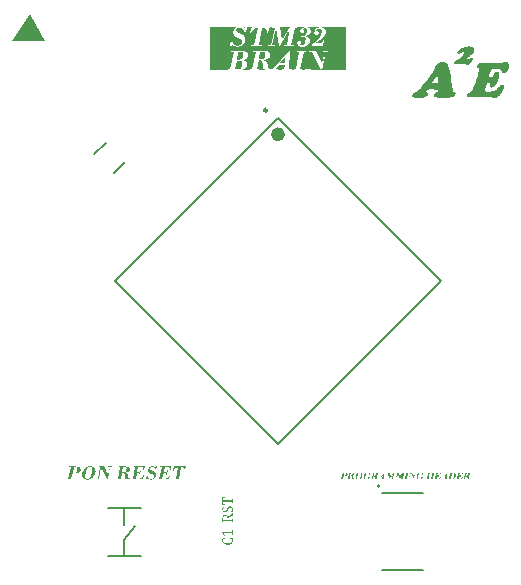
<source format=gbr>
%TF.GenerationSoftware,Altium Limited,Altium Designer,23.0.1 (38)*%
G04 Layer_Color=65535*
%FSLAX45Y45*%
%MOMM*%
%TF.SameCoordinates,98E3409A-FA71-4B7D-AABF-4CEB4AF68500*%
%TF.FilePolarity,Positive*%
%TF.FileFunction,Legend,Top*%
%TF.Part,Single*%
G01*
G75*
%TA.AperFunction,NonConductor*%
%ADD44C,0.20000*%
%ADD45C,0.60000*%
%ADD46C,0.25000*%
G36*
X-2247900Y2032000D02*
X-2146300Y2184400D01*
X-2095500Y2260600D01*
X-1968500Y2032000D01*
X-2247900D01*
D02*
G37*
G36*
X575866Y1983186D02*
Y1783632D01*
X372846D01*
X405050Y1939933D01*
X423651D01*
X425595Y1948262D01*
X378676D01*
X377011Y1939933D01*
X396722D01*
X377288Y1844153D01*
X376733D01*
X326206Y1948262D01*
X259299D01*
X257356Y1939933D01*
X279010D01*
X248472Y1793071D01*
X229593D01*
X227928Y1784742D01*
X274568D01*
X276234Y1793071D01*
X257356D01*
X287339Y1939933D01*
X287894D01*
X364240Y1783632D01*
X-85785D01*
X-79955Y1783909D01*
X-74403Y1784742D01*
X-69406Y1785853D01*
X-65241Y1786963D01*
X-61910Y1788074D01*
X-59411Y1789184D01*
X-57745Y1790017D01*
X-57190Y1790295D01*
X-61077Y1797790D01*
X-65241Y1796402D01*
X-66907Y1795847D01*
X-68295Y1795569D01*
X-69406D01*
X-70238Y1795292D01*
X-71071D01*
X-72737Y1795569D01*
X-74403Y1795847D01*
X-77457Y1797235D01*
X-78567Y1797790D01*
X-79400Y1798346D01*
X-79955Y1798623D01*
X-80233Y1798901D01*
X-81066Y1799734D01*
X-81621Y1800844D01*
X-83009Y1803898D01*
X-83842Y1807785D01*
X-84397Y1811672D01*
X-84952Y1815558D01*
X-85230Y1818612D01*
X-85508Y1820000D01*
Y1820833D01*
Y1821388D01*
Y1821666D01*
X-86063Y1828606D01*
X-87173Y1834714D01*
X-88839Y1839989D01*
X-90505Y1844153D01*
X-91893Y1847762D01*
X-93281Y1850261D01*
X-94391Y1851649D01*
X-94669Y1852204D01*
X-96335Y1854425D01*
X-98278Y1856369D01*
X-102443Y1859978D01*
X-107162Y1863309D01*
X-111604Y1865808D01*
X-116046Y1868029D01*
X-117712Y1869139D01*
X-119377Y1869695D01*
X-120766Y1870250D01*
X-121876Y1870805D01*
X-122431Y1871083D01*
X-122709D01*
Y1871360D01*
X-117156Y1871915D01*
X-111882Y1872748D01*
X-107162Y1873581D01*
X-102720Y1874692D01*
X-98833Y1875802D01*
X-94947Y1876913D01*
X-91615Y1878301D01*
X-88839Y1879411D01*
X-86063Y1880522D01*
X-83842Y1881632D01*
X-81898Y1882465D01*
X-80510Y1883576D01*
X-79122Y1884131D01*
X-78289Y1884686D01*
X-78012Y1885241D01*
X-77734D01*
X-75236Y1887462D01*
X-73015Y1889683D01*
X-71071Y1891904D01*
X-69406Y1894403D01*
X-66907Y1898845D01*
X-64964Y1903287D01*
X-64131Y1907173D01*
X-63575Y1909950D01*
X-63298Y1911060D01*
Y1911893D01*
Y1912448D01*
Y1912726D01*
X-63853Y1917723D01*
X-64964Y1922165D01*
X-66629Y1926329D01*
X-68573Y1929938D01*
X-70794Y1932992D01*
X-72459Y1935213D01*
X-73570Y1936601D01*
X-74125Y1937157D01*
X-76346Y1939100D01*
X-79122Y1940766D01*
X-81898Y1942431D01*
X-85230Y1943542D01*
X-92171Y1945485D01*
X-99111Y1946873D01*
X-105496Y1947706D01*
X-108273Y1947984D01*
X-110771D01*
X-112715Y1948262D01*
X-207106D01*
X-208772Y1939933D01*
X-187395D01*
X-217933Y1793071D01*
X-236256D01*
X-237922Y1784742D01*
X-157967D01*
X-156301Y1793071D01*
X-179066D01*
X-163519Y1868029D01*
X-152414D01*
X-149638Y1867751D01*
X-144919Y1866641D01*
X-141310Y1865253D01*
X-138533Y1863587D01*
X-136312Y1861643D01*
X-134924Y1860255D01*
X-134369Y1859145D01*
X-134091Y1858867D01*
X-132703Y1855258D01*
X-131593Y1850816D01*
X-130760Y1846374D01*
X-130205Y1841932D01*
X-129927Y1837768D01*
X-129649Y1834437D01*
Y1833048D01*
Y1832216D01*
Y1831660D01*
Y1831383D01*
X-129372Y1824997D01*
X-128817Y1819167D01*
X-128261Y1814448D01*
X-127428Y1810561D01*
X-126596Y1807785D01*
X-126040Y1805564D01*
X-125763Y1804453D01*
X-125485Y1803898D01*
X-123542Y1800844D01*
X-121598Y1797790D01*
X-119100Y1795292D01*
X-116879Y1793348D01*
X-114658Y1791405D01*
X-112992Y1790295D01*
X-111882Y1789462D01*
X-111326Y1789184D01*
X-107440Y1787241D01*
X-102998Y1785853D01*
X-98833Y1785020D01*
X-94669Y1784465D01*
X-91338Y1783909D01*
X-88284Y1783632D01*
X-575866D01*
Y1983186D01*
Y2153369D01*
X-323291D01*
X-327455Y2153091D01*
X-331619Y2152813D01*
X-339115Y2151148D01*
X-345778Y2148649D01*
X-351608Y2146150D01*
X-353829Y2144762D01*
X-356050Y2143374D01*
X-357993Y2141986D01*
X-359659Y2140876D01*
X-360770Y2140043D01*
X-361603Y2139210D01*
X-362158Y2138932D01*
X-362435Y2138655D01*
X-365212Y2135878D01*
X-367710Y2133102D01*
X-369931Y2130048D01*
X-371597Y2127272D01*
X-373263Y2124218D01*
X-374651Y2121442D01*
X-376594Y2115890D01*
X-377705Y2111170D01*
X-377982Y2109227D01*
X-378260Y2107283D01*
X-378537Y2105895D01*
Y2104785D01*
Y2104229D01*
Y2103952D01*
X-378260Y2098399D01*
X-377149Y2093402D01*
X-375761Y2088683D01*
X-373818Y2084796D01*
X-372152Y2081464D01*
X-370764Y2078966D01*
X-369654Y2077300D01*
X-369376Y2077023D01*
Y2076745D01*
X-367433Y2074524D01*
X-365489Y2072303D01*
X-360492Y2068416D01*
X-355217Y2064807D01*
X-349942Y2061753D01*
X-344945Y2059255D01*
X-342724Y2058144D01*
X-340781Y2057311D01*
X-339393Y2056478D01*
X-338282Y2056201D01*
X-337449Y2055646D01*
X-337172D01*
X-333007Y2053980D01*
X-329398Y2052314D01*
X-326067Y2050926D01*
X-323013Y2049538D01*
X-320237Y2048150D01*
X-318016Y2046762D01*
X-315795Y2045651D01*
X-314129Y2044541D01*
X-311353Y2042597D01*
X-309687Y2041209D01*
X-308577Y2040376D01*
X-308299Y2040099D01*
X-306356Y2037600D01*
X-304968Y2035102D01*
X-303857Y2032603D01*
X-303302Y2030382D01*
X-302747Y2028439D01*
X-302469Y2026773D01*
Y2025662D01*
Y2025385D01*
X-303024Y2020665D01*
X-304135Y2016223D01*
X-305801Y2012059D01*
X-307466Y2008728D01*
X-309410Y2005951D01*
X-311075Y2003730D01*
X-312186Y2002342D01*
X-312741Y2001787D01*
X-316905Y1998455D01*
X-321347Y1995957D01*
X-326067Y1994014D01*
X-330231Y1992903D01*
X-334118Y1992070D01*
X-337449Y1991793D01*
X-338560Y1991515D01*
X-340226D01*
X-346611Y1992070D01*
X-352441Y1993181D01*
X-357993Y1995124D01*
X-362435Y1997345D01*
X-366044Y1999288D01*
X-368821Y2001232D01*
X-369931Y2001787D01*
X-370764Y2002342D01*
X-371042Y2002897D01*
X-371319D01*
X-375761Y2007617D01*
X-379648Y2013169D01*
X-382424Y2019000D01*
X-384645Y2024552D01*
X-386311Y2029549D01*
X-386866Y2031770D01*
X-387144Y2033713D01*
X-387699Y2035102D01*
Y2036212D01*
X-387977Y2037045D01*
Y2037323D01*
X-396305D01*
X-407133Y1986240D01*
X-397693D01*
X-396028Y1988739D01*
X-393807Y1990682D01*
X-391863Y1992070D01*
X-389920Y1993181D01*
X-388254Y1993736D01*
X-386866Y1994014D01*
X-385756D01*
X-382702Y1993736D01*
X-379093Y1992903D01*
X-375206Y1991515D01*
X-371042Y1990127D01*
X-367433Y1988739D01*
X-364379Y1987351D01*
X-363268Y1987073D01*
X-362435Y1986518D01*
X-361880Y1986240D01*
X-361603D01*
X-358271Y1985130D01*
X-354940Y1984574D01*
X-351331Y1984019D01*
X-348277Y1983464D01*
X-345223D01*
X-343002Y1983186D01*
X-341058D01*
X-336339Y1983464D01*
X-331619Y1984019D01*
X-327177Y1984852D01*
X-323013Y1985963D01*
X-315240Y1988461D01*
X-311908Y1990127D01*
X-308854Y1991793D01*
X-305801Y1993181D01*
X-303302Y1994846D01*
X-301359Y1996235D01*
X-299415Y1997623D01*
X-298027Y1998455D01*
X-296917Y1999288D01*
X-296361Y1999844D01*
X-296084Y2000121D01*
X-292752Y2003453D01*
X-289698Y2006784D01*
X-287200Y2010393D01*
X-284979Y2014002D01*
X-283036Y2017611D01*
X-281647Y2020943D01*
X-280259Y2024552D01*
X-279426Y2027606D01*
X-278594Y2030660D01*
X-278038Y2033436D01*
X-277483Y2035934D01*
X-277205Y2038155D01*
X-276928Y2039821D01*
Y2041209D01*
Y2042042D01*
Y2042320D01*
X-277205Y2047872D01*
X-278038Y2053147D01*
X-278871Y2057589D01*
X-279982Y2061198D01*
X-281370Y2064252D01*
X-282203Y2066473D01*
X-283036Y2067583D01*
X-283313Y2068139D01*
X-285812Y2071748D01*
X-288310Y2074802D01*
X-291087Y2077578D01*
X-293585Y2079799D01*
X-295528Y2081464D01*
X-297194Y2082575D01*
X-298582Y2083408D01*
X-298860Y2083685D01*
X-302469Y2085906D01*
X-306633Y2087850D01*
X-310798Y2089793D01*
X-314684Y2091736D01*
X-318293Y2093402D01*
X-321070Y2094513D01*
X-322180Y2095068D01*
X-322735Y2095346D01*
X-323291Y2095623D01*
X-323568D01*
X-329121Y2098122D01*
X-333563Y2100343D01*
X-337449Y2102564D01*
X-340503Y2104507D01*
X-343002Y2106173D01*
X-344668Y2107283D01*
X-345778Y2108116D01*
X-346056Y2108394D01*
X-348277Y2110892D01*
X-349942Y2113391D01*
X-351331Y2115890D01*
X-352163Y2118388D01*
X-352719Y2120332D01*
X-352996Y2121720D01*
Y2122830D01*
Y2123108D01*
X-352719Y2126439D01*
X-351608Y2129493D01*
X-350220Y2131992D01*
X-348832Y2134213D01*
X-347166Y2136156D01*
X-346056Y2137544D01*
X-344945Y2138377D01*
X-344668Y2138655D01*
X-341336Y2140876D01*
X-337727Y2142264D01*
X-334118Y2143374D01*
X-330786Y2144207D01*
X-327733Y2144762D01*
X-325512Y2145040D01*
X-323291D01*
X-316628Y2144485D01*
X-310798Y2143374D01*
X-305523Y2141153D01*
X-301081Y2138377D01*
X-297194Y2135323D01*
X-293863Y2131714D01*
X-291087Y2127827D01*
X-288866Y2123941D01*
X-286922Y2120054D01*
X-285534Y2116167D01*
X-284424Y2112558D01*
X-283868Y2109504D01*
X-283313Y2106728D01*
X-283036Y2104785D01*
X-282758Y2103397D01*
Y2102841D01*
X-274152D01*
X-264157Y2150870D01*
X-272763D01*
X-274429Y2148649D01*
X-276095Y2146983D01*
X-278038Y2145873D01*
X-279426Y2145040D01*
X-280815Y2144485D01*
X-281925Y2144207D01*
X-283036D01*
X-284146Y2144485D01*
X-285812Y2144762D01*
X-289421Y2145873D01*
X-291364Y2146428D01*
X-293030Y2146706D01*
X-294140Y2147261D01*
X-294418D01*
X-297749Y2148371D01*
X-300526Y2149482D01*
X-303024Y2150315D01*
X-305245Y2150870D01*
X-306911Y2151425D01*
X-308021Y2151703D01*
X-308854Y2151980D01*
X-309132D01*
X-311353Y2152536D01*
X-313574Y2152813D01*
X-318293Y2153091D01*
X-320237Y2153369D01*
X575866D01*
Y1983186D01*
D02*
G37*
G36*
X-127706Y1939655D02*
X-122987Y1939100D01*
X-119377Y1938267D01*
X-116601Y1937434D01*
X-114380Y1936601D01*
X-112992Y1935769D01*
X-112159Y1935213D01*
X-111882Y1934936D01*
X-110216Y1932992D01*
X-108828Y1931049D01*
X-107995Y1928828D01*
X-107162Y1926607D01*
X-106884Y1924664D01*
X-106607Y1923276D01*
Y1922165D01*
Y1921887D01*
X-106884Y1917723D01*
X-107162Y1913281D01*
X-107995Y1909394D01*
X-108550Y1905508D01*
X-109383Y1902176D01*
X-110216Y1899678D01*
X-110494Y1898012D01*
X-110771Y1897734D01*
Y1897457D01*
X-112437Y1893015D01*
X-114103Y1889128D01*
X-116046Y1886074D01*
X-117712Y1883853D01*
X-119100Y1882187D01*
X-120210Y1881077D01*
X-121043Y1880522D01*
X-121321Y1880244D01*
X-124097Y1878856D01*
X-127706Y1878023D01*
X-131315Y1877190D01*
X-135202Y1876913D01*
X-138811Y1876635D01*
X-141587Y1876357D01*
X-161576D01*
X-147973Y1939933D01*
X-133259D01*
X-127706Y1939655D01*
D02*
G37*
G36*
X1618664Y1984816D02*
X1620885D01*
X1623384Y1984539D01*
X1629214Y1983984D01*
X1635599Y1982595D01*
X1641985Y1980930D01*
X1648370Y1978431D01*
X1651146Y1976765D01*
X1653922Y1975100D01*
X1654200Y1974822D01*
X1655033Y1974267D01*
X1656143Y1973156D01*
X1657254Y1971768D01*
X1658642Y1969825D01*
X1660030Y1967604D01*
X1661418Y1964828D01*
X1662251Y1961774D01*
Y1961496D01*
X1662529Y1960386D01*
X1662806Y1958720D01*
Y1956499D01*
Y1953723D01*
X1662529Y1950669D01*
X1661973Y1947615D01*
X1661140Y1944006D01*
Y1943728D01*
X1660863Y1942896D01*
X1660030Y1941785D01*
X1659197Y1940119D01*
X1658087Y1937898D01*
X1656421Y1935400D01*
X1654200Y1932346D01*
X1651701Y1929292D01*
X1648647Y1925683D01*
X1645038Y1921796D01*
X1640874Y1917632D01*
X1635877Y1913468D01*
X1630324Y1908748D01*
X1623939Y1904028D01*
X1616999Y1899031D01*
X1608948Y1894034D01*
X1608670Y1893756D01*
X1607559Y1892924D01*
X1606171Y1891535D01*
X1604506Y1889870D01*
X1602840Y1887926D01*
X1601452Y1886261D01*
X1600064Y1884317D01*
X1599231Y1882929D01*
Y1882652D01*
Y1881541D01*
X1599508Y1880153D01*
X1600341Y1878765D01*
X1600619Y1878487D01*
X1601729Y1877932D01*
X1603395Y1877377D01*
X1605616Y1877099D01*
X1607282D01*
X1609225Y1877654D01*
X1612001Y1878210D01*
X1615055Y1879042D01*
X1618387Y1880431D01*
X1622273Y1882374D01*
X1626160Y1884873D01*
X1626438Y1885150D01*
X1627271Y1885705D01*
X1628381Y1886261D01*
X1629769Y1887371D01*
X1632545Y1889037D01*
X1633656Y1889870D01*
X1634766Y1890425D01*
X1635044Y1890703D01*
X1636154Y1890980D01*
X1637820Y1891258D01*
X1640041Y1891535D01*
X1640596D01*
X1641985Y1891258D01*
X1643928Y1890425D01*
X1646149Y1889037D01*
X1646982Y1887926D01*
X1647815Y1886261D01*
X1648370Y1884595D01*
X1648647Y1882652D01*
Y1880153D01*
X1648370Y1877377D01*
X1647815Y1874045D01*
X1646704Y1870436D01*
X1646426Y1869881D01*
X1646149Y1868770D01*
X1645316Y1866827D01*
X1644205Y1864329D01*
X1642540Y1861275D01*
X1640874Y1857666D01*
X1638653Y1854056D01*
X1636154Y1850447D01*
X1635877Y1849892D01*
X1634766Y1848782D01*
X1633378Y1846838D01*
X1631435Y1844617D01*
X1628936Y1841841D01*
X1626438Y1839065D01*
X1623384Y1836011D01*
X1620052Y1833235D01*
X1619497Y1832957D01*
X1618387Y1831847D01*
X1616443Y1830736D01*
X1613945Y1829071D01*
X1610891Y1827682D01*
X1607559Y1826294D01*
X1604228Y1825184D01*
X1600896Y1824906D01*
X1600341D01*
X1598675Y1825184D01*
X1596455Y1825739D01*
X1594789Y1826572D01*
X1594511Y1826850D01*
X1593956Y1827960D01*
X1592845Y1829626D01*
X1592013Y1832402D01*
X1591735Y1832957D01*
X1591457Y1833790D01*
X1590624Y1835178D01*
X1589514Y1836011D01*
X1589236D01*
X1588126Y1836289D01*
X1587293D01*
X1586183Y1836566D01*
X1497066D01*
X1495678Y1836844D01*
X1493457Y1837122D01*
X1491236Y1837677D01*
X1489015Y1838787D01*
X1487349Y1840453D01*
X1486794Y1841286D01*
Y1842396D01*
Y1843784D01*
X1487071Y1845450D01*
Y1845728D01*
X1487349Y1846283D01*
X1488182Y1847949D01*
X1489848Y1850170D01*
X1492069Y1852668D01*
X1492346Y1852946D01*
X1492902Y1853501D01*
X1494290Y1854334D01*
X1496233Y1856000D01*
X1499009Y1857943D01*
X1502618Y1860719D01*
X1505117Y1862385D01*
X1507615Y1864051D01*
X1510392Y1865994D01*
X1513446Y1868215D01*
X1513723Y1868493D01*
X1514834Y1869326D01*
X1516499Y1870436D01*
X1518720Y1872102D01*
X1521219Y1874045D01*
X1524273Y1876266D01*
X1527604Y1878765D01*
X1531213Y1881541D01*
X1538987Y1887371D01*
X1546760Y1893756D01*
X1554534Y1900419D01*
X1557865Y1903473D01*
X1561197Y1906527D01*
Y1906805D01*
X1561752Y1907082D01*
X1562862Y1908748D01*
X1564528Y1910969D01*
X1566749Y1914023D01*
X1568970Y1917077D01*
X1570913Y1920408D01*
X1572857Y1923462D01*
X1573967Y1926238D01*
Y1926516D01*
X1574245Y1927071D01*
X1574522Y1928182D01*
X1574800Y1929292D01*
Y1931791D01*
X1574522Y1933179D01*
X1573967Y1934289D01*
Y1934567D01*
X1573690Y1934844D01*
X1572301Y1935955D01*
X1570358Y1936788D01*
X1568692Y1937343D01*
X1565361D01*
X1564250Y1937065D01*
X1561474Y1936788D01*
X1558976Y1935955D01*
X1558698D01*
X1558420Y1935677D01*
X1557310Y1935122D01*
X1555922Y1934289D01*
X1553701Y1933179D01*
X1550925Y1931513D01*
X1547315Y1929014D01*
X1542873Y1926238D01*
X1542596D01*
X1542041Y1925683D01*
X1541208Y1925405D01*
X1540097Y1924850D01*
X1536766Y1924017D01*
X1532879Y1923462D01*
X1531769D01*
X1530380Y1923740D01*
X1528992Y1924017D01*
X1527327Y1924572D01*
X1525383Y1925683D01*
X1523718Y1926793D01*
X1522052Y1928459D01*
X1521774Y1928737D01*
X1521497Y1929292D01*
X1520941Y1930403D01*
X1520386Y1932068D01*
X1519831Y1933734D01*
Y1935677D01*
Y1937898D01*
X1520386Y1940397D01*
Y1940675D01*
X1520941Y1941507D01*
X1521497Y1942618D01*
X1522329Y1944006D01*
X1523440Y1945949D01*
X1525106Y1947893D01*
X1527049Y1950114D01*
X1529548Y1952612D01*
X1529825Y1952890D01*
X1530936Y1953723D01*
X1532324Y1955111D01*
X1534267Y1956777D01*
X1536488Y1958442D01*
X1538987Y1960386D01*
X1544817Y1964272D01*
X1545372Y1964550D01*
X1546483Y1965105D01*
X1548426Y1966216D01*
X1550925Y1967604D01*
X1554256Y1968992D01*
X1558143Y1970935D01*
X1562307Y1972879D01*
X1567027Y1974822D01*
X1572301Y1976765D01*
X1577576Y1978431D01*
X1583406Y1980374D01*
X1589514Y1981763D01*
X1595622Y1983151D01*
X1602007Y1984261D01*
X1608115Y1984816D01*
X1614500Y1985094D01*
X1616999D01*
X1618664Y1984816D01*
D02*
G37*
G36*
X1937430Y1854057D02*
X1939744Y1853594D01*
X1942521Y1852206D01*
X1945298Y1849892D01*
X1948075Y1846190D01*
X1950389Y1841099D01*
X1951314Y1838322D01*
X1952240Y1834620D01*
X1952702Y1834157D01*
X1953628Y1831843D01*
X1954554Y1828604D01*
X1955479Y1823976D01*
X1955942Y1818423D01*
Y1811018D01*
X1954554Y1802225D01*
X1951777Y1792506D01*
Y1792044D01*
X1950851Y1790193D01*
X1949463Y1787416D01*
X1948075Y1784176D01*
X1945761Y1780474D01*
X1942984Y1776309D01*
X1940207Y1772144D01*
X1936505Y1768441D01*
X1936042Y1767979D01*
X1934654Y1767053D01*
X1932803Y1765665D01*
X1930026Y1763814D01*
X1926786Y1761962D01*
X1923084Y1760574D01*
X1918919Y1759649D01*
X1914291Y1759186D01*
X1911514D01*
X1909663Y1759649D01*
X1905498Y1760574D01*
X1902259Y1762425D01*
X1901796Y1763351D01*
X1900870Y1764276D01*
X1899945Y1765665D01*
X1899019Y1767516D01*
X1897631Y1769830D01*
X1896705Y1773069D01*
X1895317Y1776772D01*
Y1777234D01*
X1894391Y1778623D01*
X1893466Y1780937D01*
X1891614Y1783713D01*
X1889763Y1786490D01*
X1886987Y1789267D01*
X1883747Y1791581D01*
X1879582Y1793432D01*
X1879119D01*
X1877268Y1794358D01*
X1874491Y1794820D01*
X1869863Y1795746D01*
X1863847Y1796672D01*
X1856443Y1797134D01*
X1847650Y1798060D01*
X1833303D01*
X1829601Y1797597D01*
X1824973Y1797134D01*
X1820345Y1796672D01*
X1816180Y1795283D01*
X1812015Y1793895D01*
X1809238Y1791581D01*
X1808775Y1791118D01*
X1807387Y1788804D01*
X1805536Y1785565D01*
X1803222Y1780937D01*
Y1780474D01*
X1802759Y1779548D01*
X1801834Y1777234D01*
X1800445Y1773532D01*
X1798594Y1768441D01*
X1797668Y1765665D01*
X1796280Y1761962D01*
X1794892Y1757797D01*
X1793041Y1753169D01*
X1791189Y1748079D01*
X1789338Y1742063D01*
Y1741600D01*
X1788876Y1740211D01*
X1788413Y1738823D01*
X1787950Y1736509D01*
X1787024Y1732344D01*
Y1730493D01*
X1787487Y1729567D01*
X1787950Y1729104D01*
X1788876D01*
X1790727Y1728642D01*
X1793041Y1728179D01*
X1796280D01*
X1800445Y1727716D01*
X1807387D01*
X1810164Y1728179D01*
X1813403Y1728642D01*
X1816643Y1730030D01*
X1817106Y1730493D01*
X1818957Y1732344D01*
X1821271Y1735584D01*
X1822659Y1737897D01*
X1824047Y1740674D01*
X1824510Y1741137D01*
X1824973Y1742525D01*
X1825899Y1744839D01*
X1827287Y1747616D01*
X1830526Y1753169D01*
X1831915Y1755946D01*
X1833303Y1758260D01*
Y1758723D01*
X1833766Y1759186D01*
X1836080Y1761500D01*
X1838857Y1764276D01*
X1842559Y1767053D01*
X1843022Y1767516D01*
X1843947Y1767979D01*
X1845336Y1768904D01*
X1847650Y1769830D01*
X1852277Y1771681D01*
X1855054Y1772607D01*
X1859682D01*
X1861533Y1772144D01*
X1863847Y1771681D01*
X1866161Y1770755D01*
X1868475Y1768904D01*
X1870326Y1767053D01*
X1871715Y1764276D01*
Y1763814D01*
X1872177Y1762888D01*
X1872640Y1760574D01*
X1873103Y1757797D01*
X1873566Y1754095D01*
X1874029Y1749930D01*
X1873566Y1744839D01*
X1873103Y1739286D01*
Y1738823D01*
X1872640Y1736509D01*
X1872177Y1733270D01*
X1871252Y1729567D01*
X1870326Y1724477D01*
X1868938Y1718923D01*
X1865236Y1706891D01*
Y1706428D01*
X1864773Y1705502D01*
X1863847Y1703651D01*
X1863384Y1701337D01*
X1861996Y1698560D01*
X1860608Y1694858D01*
X1857368Y1687454D01*
X1852740Y1678198D01*
X1847650Y1668942D01*
X1842096Y1659686D01*
X1835617Y1650893D01*
X1835154Y1650431D01*
X1833766Y1648579D01*
X1830989Y1646728D01*
X1828212Y1643952D01*
X1824047Y1641638D01*
X1819882Y1639324D01*
X1814792Y1637472D01*
X1809701Y1637010D01*
X1808313D01*
X1806461Y1637472D01*
X1804610D01*
X1800908Y1638861D01*
X1799057Y1640249D01*
X1798131Y1641638D01*
Y1642100D01*
Y1642563D01*
X1797668Y1643952D01*
Y1645803D01*
Y1648117D01*
Y1651356D01*
X1798131Y1655058D01*
X1799057Y1659224D01*
Y1659686D01*
Y1660149D01*
X1799520Y1662463D01*
Y1665703D01*
X1798594Y1669405D01*
X1796743Y1672644D01*
X1793966Y1675884D01*
X1791652Y1677272D01*
X1788876Y1678198D01*
X1786099Y1679123D01*
X1781471D01*
X1778694Y1678661D01*
X1774992Y1677272D01*
X1771752Y1674958D01*
X1770827Y1674033D01*
X1770364Y1672644D01*
X1768976Y1670793D01*
X1767587Y1668479D01*
X1766199Y1665240D01*
X1764348Y1660612D01*
X1762497Y1655521D01*
Y1655058D01*
X1762034Y1653670D01*
X1761108Y1651356D01*
X1760183Y1648579D01*
X1759257Y1644877D01*
X1757869Y1640712D01*
X1756480Y1635621D01*
X1755092Y1630068D01*
Y1629605D01*
X1754629Y1627754D01*
X1754166Y1624977D01*
X1753241Y1622200D01*
X1751852Y1616184D01*
X1751390Y1613407D01*
Y1611556D01*
Y1610631D01*
X1751852Y1608780D01*
X1752778Y1607854D01*
X1753704Y1606466D01*
X1755092Y1605540D01*
X1757406Y1604615D01*
X1757869D01*
X1758794Y1604152D01*
X1760645D01*
X1762959Y1603689D01*
X1766662Y1603226D01*
X1771290D01*
X1776843Y1602763D01*
X1788413D01*
X1793966Y1603226D01*
X1800908Y1603689D01*
X1808313Y1604615D01*
X1816180Y1606003D01*
X1824047Y1607854D01*
X1830989Y1610168D01*
X1831915Y1610631D01*
X1834229Y1611556D01*
X1837468Y1613407D01*
X1841633Y1616184D01*
X1847187Y1619887D01*
X1852740Y1624977D01*
X1858757Y1630531D01*
X1864773Y1637472D01*
X1865236Y1637935D01*
X1866624Y1639786D01*
X1868475Y1641638D01*
X1870789Y1644414D01*
X1876342Y1650431D01*
X1879582Y1653207D01*
X1882359Y1655058D01*
X1882821Y1655521D01*
X1883747Y1655984D01*
X1885135Y1656910D01*
X1887449Y1657835D01*
X1892540Y1659224D01*
X1895780Y1660149D01*
X1900870D01*
X1902721Y1659686D01*
X1905035Y1659224D01*
X1907349Y1657835D01*
X1910126Y1656447D01*
X1911977Y1654133D01*
X1913828Y1650893D01*
Y1650431D01*
X1914291Y1649505D01*
X1914754Y1647654D01*
X1915217Y1644877D01*
Y1641638D01*
Y1638398D01*
X1914754Y1634233D01*
X1913365Y1629605D01*
Y1629142D01*
X1912440Y1627291D01*
X1911052Y1624514D01*
X1909200Y1620349D01*
X1906886Y1615721D01*
X1903647Y1610168D01*
X1899945Y1603689D01*
X1895317Y1596747D01*
X1894854Y1595822D01*
X1893003Y1593508D01*
X1890226Y1589805D01*
X1886987Y1585177D01*
X1882359Y1579624D01*
X1877731Y1573608D01*
X1872177Y1567591D01*
X1866161Y1561112D01*
X1865698Y1560650D01*
X1865236Y1560187D01*
X1862459Y1557873D01*
X1858757Y1555096D01*
X1854591Y1552319D01*
X1853666Y1551857D01*
X1851352Y1550931D01*
X1847650Y1549543D01*
X1843022Y1549080D01*
X1840245D01*
X1837005Y1549543D01*
X1833766Y1550468D01*
X1833303D01*
X1830989Y1550931D01*
X1827750Y1551394D01*
X1823585Y1551857D01*
X1818494Y1552319D01*
X1812015Y1552782D01*
X1805073D01*
X1797206Y1553245D01*
X1618107D01*
X1615793Y1553708D01*
X1613479Y1554171D01*
X1607463Y1555559D01*
X1605149Y1556947D01*
X1602835Y1558799D01*
Y1559261D01*
X1601909Y1559724D01*
X1601446Y1561112D01*
X1600521Y1562964D01*
X1600058Y1565278D01*
Y1568054D01*
Y1571294D01*
X1600984Y1574996D01*
Y1575459D01*
X1601446Y1576384D01*
X1602835Y1579624D01*
X1605149Y1583326D01*
X1608388Y1586566D01*
X1609314Y1587029D01*
X1612091Y1588880D01*
X1616256Y1591194D01*
X1622272Y1593970D01*
X1622735D01*
X1623660Y1594433D01*
X1626437Y1595822D01*
X1630139Y1597673D01*
X1633379Y1599987D01*
X1633842Y1600449D01*
X1635693Y1602301D01*
X1638469Y1605540D01*
X1641246Y1610168D01*
Y1610631D01*
X1642172Y1611556D01*
X1643097Y1613407D01*
X1644023Y1615721D01*
X1645874Y1618961D01*
X1647725Y1622663D01*
X1649576Y1627291D01*
X1651890Y1632382D01*
X1654667Y1637935D01*
X1657444Y1644414D01*
X1660220Y1651356D01*
X1663460Y1658761D01*
X1666699Y1666628D01*
X1669939Y1675421D01*
X1673179Y1684214D01*
X1676418Y1693933D01*
Y1694395D01*
X1676881Y1694858D01*
X1677806Y1697635D01*
X1678732Y1701337D01*
X1680583Y1706891D01*
X1682897Y1712907D01*
X1684748Y1720312D01*
X1687525Y1728179D01*
X1689839Y1736509D01*
X1694467Y1753169D01*
X1696318Y1761500D01*
X1698169Y1769830D01*
X1699557Y1777234D01*
X1700483Y1783713D01*
X1700946Y1789267D01*
Y1793895D01*
Y1794358D01*
X1700483Y1795746D01*
X1700020Y1797134D01*
X1699095Y1798060D01*
X1698632Y1798523D01*
X1697706Y1798985D01*
X1694930Y1800374D01*
X1693078Y1800837D01*
X1690764Y1801762D01*
X1690302D01*
X1688913Y1802688D01*
X1687062Y1804076D01*
X1684748Y1805927D01*
X1683360Y1808241D01*
X1681971Y1811944D01*
Y1816109D01*
X1682897Y1821662D01*
Y1822125D01*
X1683360Y1823050D01*
X1684285Y1824439D01*
X1685211Y1826290D01*
X1687988Y1830918D01*
X1692616Y1835546D01*
X1693078Y1836009D01*
X1694004Y1836471D01*
X1695392Y1837860D01*
X1697243Y1839248D01*
X1700020Y1840636D01*
X1702797Y1842025D01*
X1710202Y1844339D01*
X1710664D01*
X1711590Y1844801D01*
X1713904D01*
X1716681Y1845264D01*
X1720846Y1845727D01*
X1726399D01*
X1733341Y1846190D01*
X1867087D01*
X1874491Y1846653D01*
X1882359D01*
X1889763Y1847115D01*
X1896242Y1847578D01*
X1896705D01*
X1899019Y1848041D01*
X1901796D01*
X1905498Y1848967D01*
X1910126Y1849429D01*
X1915217Y1850355D01*
X1926324Y1853132D01*
X1926786D01*
X1927249Y1853594D01*
X1929563Y1854057D01*
X1932340Y1854520D01*
X1935579D01*
X1937430Y1854057D01*
D02*
G37*
G36*
X1401094Y1853594D02*
X1405259Y1853132D01*
X1410812Y1851743D01*
X1416829Y1849892D01*
X1422845Y1846653D01*
X1429324Y1842488D01*
X1434877Y1836471D01*
X1435340Y1836009D01*
X1435803Y1835083D01*
X1436728Y1833695D01*
X1438117Y1831381D01*
X1439968Y1827678D01*
X1441819Y1823513D01*
X1444133Y1817960D01*
X1446447Y1811018D01*
X1448761Y1803151D01*
X1451538Y1793895D01*
X1454314Y1783251D01*
X1457554Y1770755D01*
X1460331Y1756872D01*
X1463107Y1740674D01*
X1464496Y1732344D01*
X1465884Y1723088D01*
X1467272Y1713832D01*
X1468661Y1703651D01*
X1479305Y1618961D01*
Y1618498D01*
X1479768Y1617110D01*
Y1615259D01*
X1480230Y1612945D01*
X1481156Y1608317D01*
X1482082Y1606466D01*
X1482544Y1605077D01*
X1483007Y1604615D01*
X1484396Y1603689D01*
X1487635Y1602301D01*
X1491800Y1600912D01*
X1492726D01*
X1494114Y1600449D01*
X1496891Y1599061D01*
X1499668Y1597673D01*
X1501982Y1594896D01*
X1503370Y1591656D01*
X1503833Y1587491D01*
Y1584715D01*
X1502907Y1581938D01*
X1502444Y1581012D01*
X1501519Y1579161D01*
X1499668Y1575922D01*
X1496891Y1572219D01*
X1493189Y1567591D01*
X1488098Y1563426D01*
X1482082Y1559724D01*
X1474214Y1556485D01*
X1473751D01*
X1473289Y1556022D01*
X1471900D01*
X1470049Y1555559D01*
X1467735Y1555096D01*
X1464958Y1554171D01*
X1461256Y1553708D01*
X1457554Y1553245D01*
X1452926Y1552319D01*
X1448298Y1551857D01*
X1442745Y1551394D01*
X1436728Y1550468D01*
X1430712Y1550006D01*
X1423770D01*
X1416366Y1549543D01*
X1396929D01*
X1392301Y1550006D01*
X1382119D01*
X1370550Y1550468D01*
X1359443Y1551394D01*
X1348799Y1552319D01*
X1343708Y1552782D01*
X1339543Y1553708D01*
X1339080D01*
X1337692Y1554171D01*
X1335841Y1554633D01*
X1333527Y1555096D01*
X1327973Y1557410D01*
X1325659Y1559261D01*
X1323345Y1561575D01*
Y1562038D01*
X1322883Y1562964D01*
X1321957Y1564352D01*
X1321494Y1566203D01*
X1321031Y1568980D01*
Y1571757D01*
Y1574996D01*
X1321957Y1578698D01*
Y1579161D01*
X1322420Y1580087D01*
X1323345Y1581475D01*
X1324271Y1583326D01*
X1326585Y1587029D01*
X1330287Y1590731D01*
X1330750D01*
X1331213Y1591656D01*
X1332601Y1592582D01*
X1334452Y1593508D01*
X1336766Y1594896D01*
X1339543Y1595822D01*
X1343245Y1597210D01*
X1346948Y1598598D01*
X1347410D01*
X1348336Y1599061D01*
X1351113Y1600449D01*
X1354352Y1602763D01*
X1355278Y1604152D01*
X1356203Y1606003D01*
Y1606466D01*
X1356666Y1607854D01*
Y1609705D01*
X1356203Y1611556D01*
X1355278Y1613870D01*
X1353889Y1615721D01*
X1350650Y1617573D01*
X1346485Y1618498D01*
X1345559D01*
X1343245Y1618961D01*
X1339543Y1619424D01*
X1333989Y1619887D01*
X1327048D01*
X1318717Y1620349D01*
X1308999Y1620812D01*
X1288636D01*
X1283546Y1620349D01*
X1277992D01*
X1272901Y1619887D01*
X1268274Y1618961D01*
X1266885Y1618498D01*
X1265497Y1618035D01*
X1265034D01*
X1264108Y1617110D01*
X1261795Y1615259D01*
X1259481Y1612482D01*
X1259018Y1611556D01*
X1257629Y1609705D01*
X1256241Y1606928D01*
X1254853Y1603689D01*
Y1603226D01*
X1254390Y1602301D01*
X1253927Y1601375D01*
Y1600449D01*
X1254853Y1599987D01*
X1257167Y1599061D01*
X1258555Y1598598D01*
X1260869Y1597673D01*
X1261795Y1597210D01*
X1263183Y1596747D01*
X1265960Y1595359D01*
X1268274Y1593508D01*
X1270588Y1590731D01*
X1272439Y1587491D01*
X1272901Y1583326D01*
Y1581012D01*
X1271976Y1578236D01*
Y1577773D01*
X1271513Y1576847D01*
X1270588Y1575459D01*
X1269662Y1573608D01*
X1267811Y1571757D01*
X1265497Y1568980D01*
X1262720Y1566666D01*
X1259018Y1563889D01*
X1254853Y1561112D01*
X1249762Y1558799D01*
X1243746Y1556022D01*
X1236804Y1554171D01*
X1228474Y1552319D01*
X1219681Y1550931D01*
X1209499Y1550006D01*
X1197930Y1549543D01*
X1189600D01*
X1186360Y1550006D01*
X1178955D01*
X1170625Y1550931D01*
X1161832Y1551857D01*
X1153965Y1552782D01*
X1147023Y1554633D01*
X1146560Y1555096D01*
X1145172Y1555559D01*
X1142858Y1556947D01*
X1141007Y1559261D01*
X1139156Y1562038D01*
X1137767Y1566203D01*
Y1571294D01*
X1138230Y1574071D01*
X1139156Y1577310D01*
Y1577773D01*
X1139618Y1578698D01*
X1140544Y1580087D01*
X1141470Y1581938D01*
X1143784Y1586103D01*
X1147486Y1589805D01*
X1147949D01*
X1148411Y1590731D01*
X1149800Y1591656D01*
X1151651Y1592582D01*
X1153965Y1593970D01*
X1156742Y1594896D01*
X1159981Y1596284D01*
X1163683Y1597673D01*
X1164146D01*
X1165997Y1598598D01*
X1168774Y1599524D01*
X1172014Y1600912D01*
X1179418Y1605077D01*
X1186823Y1610168D01*
X1187286Y1610631D01*
X1188674Y1612019D01*
X1190988Y1614333D01*
X1194227Y1617573D01*
X1198393Y1622200D01*
X1203946Y1628679D01*
X1210425Y1636084D01*
X1214127Y1640712D01*
X1218292Y1645803D01*
X1269662Y1710593D01*
X1270125Y1711056D01*
X1271050Y1711981D01*
X1272439Y1713832D01*
X1274290Y1716146D01*
X1276604Y1719386D01*
X1278918Y1722625D01*
X1284934Y1730493D01*
X1291413Y1738823D01*
X1297892Y1747616D01*
X1303908Y1755946D01*
X1308999Y1762888D01*
X1309462Y1763814D01*
X1310850Y1766128D01*
X1313164Y1769367D01*
X1315478Y1773532D01*
X1318255Y1779086D01*
X1321031Y1784639D01*
X1323808Y1790655D01*
X1326122Y1796672D01*
X1326585Y1797597D01*
X1327048Y1799911D01*
X1328436Y1803151D01*
X1329824Y1806853D01*
X1333527Y1815646D01*
X1335378Y1819348D01*
X1337229Y1822588D01*
X1337692Y1823050D01*
X1338155Y1823976D01*
X1339543Y1825364D01*
X1340931Y1827678D01*
X1343245Y1829992D01*
X1346022Y1832306D01*
X1348799Y1835083D01*
X1352501Y1837860D01*
X1352964D01*
X1353427Y1838785D01*
X1356203Y1840636D01*
X1360368Y1842950D01*
X1365922Y1846190D01*
X1372401Y1848967D01*
X1380268Y1851743D01*
X1388598Y1853594D01*
X1397391Y1854057D01*
X1398317D01*
X1401094Y1853594D01*
D02*
G37*
G36*
X-907831Y-1601991D02*
X-913386D01*
Y-1601806D01*
Y-1601436D01*
Y-1600695D01*
Y-1599769D01*
X-913571Y-1598843D01*
Y-1597547D01*
X-913942Y-1594585D01*
X-914497Y-1591622D01*
X-915423Y-1588474D01*
X-916534Y-1585511D01*
X-918015Y-1582919D01*
X-918201Y-1582734D01*
X-918941Y-1581993D01*
X-920052Y-1581067D01*
X-921904Y-1579956D01*
X-924126Y-1578845D01*
X-927274Y-1577920D01*
X-928940Y-1577549D01*
X-930977Y-1577179D01*
X-933014Y-1576994D01*
X-958011D01*
X-967084Y-1619582D01*
X-961900D01*
X-959863Y-1619397D01*
X-957456Y-1619212D01*
X-954678Y-1618841D01*
X-951716Y-1618101D01*
X-948938Y-1617360D01*
X-946531Y-1616249D01*
X-946346Y-1616064D01*
X-945605Y-1615508D01*
X-944494Y-1614582D01*
X-943013Y-1613101D01*
X-941532Y-1611064D01*
X-940050Y-1608287D01*
X-938569Y-1605139D01*
X-937828Y-1603102D01*
X-937273Y-1601065D01*
X-931533D01*
X-940976Y-1646616D01*
X-946531D01*
Y-1646431D01*
X-946346Y-1646061D01*
Y-1645505D01*
X-946161Y-1644765D01*
X-945976Y-1642913D01*
Y-1640691D01*
Y-1640506D01*
Y-1639950D01*
X-946161Y-1639024D01*
Y-1637913D01*
X-946531Y-1636617D01*
X-946901Y-1635136D01*
X-947272Y-1633655D01*
X-948012Y-1631988D01*
Y-1631803D01*
X-948383Y-1631247D01*
X-948753Y-1630507D01*
X-949494Y-1629581D01*
X-951160Y-1627729D01*
X-952271Y-1626989D01*
X-953382Y-1626433D01*
X-953567D01*
X-953938Y-1626248D01*
X-954678Y-1626063D01*
X-955789Y-1625692D01*
X-957085Y-1625507D01*
X-958752Y-1625322D01*
X-960604Y-1625137D01*
X-968195D01*
X-978565Y-1674947D01*
X-960418D01*
X-958196Y-1674761D01*
X-955789Y-1674576D01*
X-953012Y-1674391D01*
X-950234Y-1674021D01*
X-947457Y-1673465D01*
X-947086D01*
X-946161Y-1673095D01*
X-944679Y-1672539D01*
X-942828Y-1671799D01*
X-940421Y-1670688D01*
X-937828Y-1669206D01*
X-934866Y-1667355D01*
X-931903Y-1665133D01*
X-931718D01*
X-931533Y-1664762D01*
X-930422Y-1663837D01*
X-928940Y-1662170D01*
X-926718Y-1659948D01*
X-924311Y-1656986D01*
X-921719Y-1653282D01*
X-918941Y-1648838D01*
X-916164Y-1643839D01*
X-910609D01*
X-919312Y-1680502D01*
X-1018561D01*
X-1017450Y-1674947D01*
X-1004673D01*
X-984120Y-1576994D01*
X-999118D01*
X-998007Y-1571439D01*
X-901350D01*
X-907831Y-1601991D01*
D02*
G37*
G36*
X-1132067D02*
X-1137622D01*
Y-1601806D01*
Y-1601436D01*
Y-1600695D01*
Y-1599769D01*
X-1137807Y-1598843D01*
Y-1597547D01*
X-1138178Y-1594585D01*
X-1138733Y-1591622D01*
X-1139659Y-1588474D01*
X-1140770Y-1585511D01*
X-1142251Y-1582919D01*
X-1142437Y-1582734D01*
X-1143177Y-1581993D01*
X-1144288Y-1581067D01*
X-1146140Y-1579956D01*
X-1148362Y-1578845D01*
X-1151510Y-1577920D01*
X-1153176Y-1577549D01*
X-1155213Y-1577179D01*
X-1157250Y-1576994D01*
X-1182247D01*
X-1191320Y-1619582D01*
X-1186136D01*
X-1184099Y-1619397D01*
X-1181692Y-1619212D01*
X-1178914Y-1618841D01*
X-1175952Y-1618101D01*
X-1173174Y-1617360D01*
X-1170767Y-1616249D01*
X-1170582Y-1616064D01*
X-1169841Y-1615508D01*
X-1168730Y-1614582D01*
X-1167249Y-1613101D01*
X-1165768Y-1611064D01*
X-1164286Y-1608287D01*
X-1162805Y-1605139D01*
X-1162064Y-1603102D01*
X-1161509Y-1601065D01*
X-1155769D01*
X-1165212Y-1646616D01*
X-1170767D01*
Y-1646431D01*
X-1170582Y-1646061D01*
Y-1645505D01*
X-1170397Y-1644765D01*
X-1170212Y-1642913D01*
Y-1640691D01*
Y-1640506D01*
Y-1639950D01*
X-1170397Y-1639024D01*
Y-1637913D01*
X-1170767Y-1636617D01*
X-1171137Y-1635136D01*
X-1171508Y-1633655D01*
X-1172248Y-1631988D01*
Y-1631803D01*
X-1172619Y-1631247D01*
X-1172989Y-1630507D01*
X-1173730Y-1629581D01*
X-1175396Y-1627729D01*
X-1176507Y-1626989D01*
X-1177618Y-1626433D01*
X-1177803D01*
X-1178174Y-1626248D01*
X-1178914Y-1626063D01*
X-1180025Y-1625692D01*
X-1181321Y-1625507D01*
X-1182988Y-1625322D01*
X-1184840Y-1625137D01*
X-1192431D01*
X-1202801Y-1674947D01*
X-1184654D01*
X-1182432Y-1674761D01*
X-1180025Y-1674576D01*
X-1177248Y-1674391D01*
X-1174470Y-1674021D01*
X-1171693Y-1673465D01*
X-1171323D01*
X-1170397Y-1673095D01*
X-1168915Y-1672539D01*
X-1167064Y-1671799D01*
X-1164657Y-1670688D01*
X-1162064Y-1669206D01*
X-1159102Y-1667355D01*
X-1156139Y-1665133D01*
X-1155954D01*
X-1155769Y-1664762D01*
X-1154658Y-1663837D01*
X-1153176Y-1662170D01*
X-1150954Y-1659948D01*
X-1148547Y-1656986D01*
X-1145955Y-1653282D01*
X-1143177Y-1648838D01*
X-1140400Y-1643839D01*
X-1134845D01*
X-1143548Y-1680502D01*
X-1242797D01*
X-1241686Y-1674947D01*
X-1228909D01*
X-1208356Y-1576994D01*
X-1223354D01*
X-1222243Y-1571439D01*
X-1125587D01*
X-1132067Y-1601991D01*
D02*
G37*
G36*
X-1058556Y-1569032D02*
X-1055409Y-1569217D01*
X-1053927Y-1569402D01*
X-1052446Y-1569772D01*
X-1052261D01*
X-1051705Y-1569957D01*
X-1050965Y-1570143D01*
X-1049854Y-1570513D01*
X-1048372Y-1570883D01*
X-1046706Y-1571439D01*
X-1044854Y-1572179D01*
X-1042632Y-1572920D01*
X-1042447D01*
X-1041706Y-1573290D01*
X-1040595Y-1573476D01*
X-1039299Y-1573846D01*
X-1036892Y-1574587D01*
X-1035781Y-1574772D01*
X-1035040Y-1574957D01*
X-1034300D01*
X-1033559Y-1574772D01*
X-1032633Y-1574401D01*
X-1031707Y-1573846D01*
X-1030411Y-1573105D01*
X-1029300Y-1571994D01*
X-1028189Y-1570513D01*
X-1022449D01*
X-1029115Y-1602547D01*
X-1034855D01*
Y-1602176D01*
X-1035040Y-1601251D01*
X-1035226Y-1599954D01*
X-1035596Y-1598103D01*
X-1035966Y-1596066D01*
X-1036707Y-1593659D01*
X-1037633Y-1591066D01*
X-1038929Y-1588474D01*
X-1040410Y-1585882D01*
X-1042262Y-1583289D01*
X-1044484Y-1580882D01*
X-1047076Y-1578845D01*
X-1050039Y-1576994D01*
X-1053557Y-1575512D01*
X-1057445Y-1574772D01*
X-1061889Y-1574401D01*
X-1063371D01*
X-1064852Y-1574587D01*
X-1066889Y-1574957D01*
X-1069111Y-1575512D01*
X-1071518Y-1576253D01*
X-1073925Y-1577179D01*
X-1076147Y-1578660D01*
X-1076332Y-1578845D01*
X-1077073Y-1579401D01*
X-1077814Y-1580327D01*
X-1078925Y-1581623D01*
X-1079851Y-1583104D01*
X-1080776Y-1584771D01*
X-1081517Y-1586808D01*
X-1081702Y-1589030D01*
Y-1589215D01*
Y-1589955D01*
X-1081517Y-1590881D01*
X-1081147Y-1592177D01*
X-1080591Y-1593844D01*
X-1079665Y-1595510D01*
X-1078554Y-1597177D01*
X-1077073Y-1598843D01*
X-1076888Y-1599029D01*
X-1076147Y-1599584D01*
X-1075036Y-1600325D01*
X-1073370Y-1601436D01*
X-1071333Y-1602732D01*
X-1068741Y-1604213D01*
X-1065778Y-1605695D01*
X-1062075Y-1607361D01*
X-1061889D01*
X-1061519Y-1607546D01*
X-1061149Y-1607731D01*
X-1060408Y-1608102D01*
X-1058556Y-1608842D01*
X-1056149Y-1609953D01*
X-1053557Y-1611250D01*
X-1050779Y-1612546D01*
X-1048002Y-1613842D01*
X-1045595Y-1615323D01*
X-1045410Y-1615508D01*
X-1044484Y-1616064D01*
X-1043373Y-1616804D01*
X-1042077Y-1617915D01*
X-1040410Y-1619397D01*
X-1038559Y-1621248D01*
X-1036892Y-1623285D01*
X-1035226Y-1625692D01*
X-1035040Y-1626063D01*
X-1034485Y-1626803D01*
X-1033929Y-1628285D01*
X-1033004Y-1630322D01*
X-1032263Y-1632729D01*
X-1031707Y-1635691D01*
X-1031152Y-1639210D01*
X-1030967Y-1642913D01*
Y-1643098D01*
Y-1643654D01*
Y-1644579D01*
X-1031152Y-1645690D01*
X-1031337Y-1647172D01*
X-1031707Y-1648838D01*
X-1032078Y-1650690D01*
X-1032633Y-1652727D01*
X-1033189Y-1654764D01*
X-1034115Y-1657171D01*
X-1035040Y-1659393D01*
X-1036337Y-1661800D01*
X-1037818Y-1664207D01*
X-1039484Y-1666614D01*
X-1041521Y-1668836D01*
X-1043743Y-1671058D01*
X-1043928Y-1671243D01*
X-1044299Y-1671614D01*
X-1045039Y-1672169D01*
X-1045965Y-1672725D01*
X-1047261Y-1673650D01*
X-1048557Y-1674576D01*
X-1050224Y-1675687D01*
X-1052261Y-1676613D01*
X-1054298Y-1677724D01*
X-1056520Y-1678835D01*
X-1061704Y-1680502D01*
X-1064482Y-1681242D01*
X-1067444Y-1681798D01*
X-1070592Y-1682168D01*
X-1073740Y-1682353D01*
X-1075036D01*
X-1076518Y-1682168D01*
X-1078554D01*
X-1080591Y-1681798D01*
X-1082998Y-1681427D01*
X-1085220Y-1681057D01*
X-1087442Y-1680316D01*
X-1087627D01*
X-1087998Y-1680131D01*
X-1088553Y-1679761D01*
X-1089294Y-1679576D01*
X-1091331Y-1678650D01*
X-1093738Y-1677724D01*
X-1096515Y-1676798D01*
X-1099108Y-1675872D01*
X-1101515Y-1675317D01*
X-1103552Y-1675132D01*
X-1104292D01*
X-1105218Y-1675317D01*
X-1106329Y-1675687D01*
X-1107625Y-1676428D01*
X-1108922Y-1677354D01*
X-1110403Y-1678650D01*
X-1111514Y-1680316D01*
X-1117810D01*
X-1110588Y-1646246D01*
X-1105033D01*
Y-1646431D01*
X-1104848Y-1646987D01*
Y-1647727D01*
X-1104478Y-1648653D01*
X-1104292Y-1649949D01*
X-1103922Y-1651431D01*
X-1102811Y-1654764D01*
X-1101330Y-1658467D01*
X-1099478Y-1662355D01*
X-1096886Y-1666059D01*
X-1093923Y-1669206D01*
X-1093738D01*
X-1093553Y-1669577D01*
X-1092997Y-1669947D01*
X-1092257Y-1670317D01*
X-1090405Y-1671614D01*
X-1087998Y-1672910D01*
X-1085035Y-1674391D01*
X-1081332Y-1675687D01*
X-1077443Y-1676428D01*
X-1073185Y-1676798D01*
X-1072074D01*
X-1071333Y-1676613D01*
X-1069111Y-1676428D01*
X-1066519Y-1675872D01*
X-1063741Y-1675132D01*
X-1060593Y-1673836D01*
X-1057631Y-1672169D01*
X-1054853Y-1669947D01*
X-1054483Y-1669577D01*
X-1053742Y-1668651D01*
X-1052631Y-1667170D01*
X-1051335Y-1665318D01*
X-1050224Y-1663096D01*
X-1049113Y-1660318D01*
X-1048372Y-1657356D01*
X-1048002Y-1654208D01*
Y-1654023D01*
Y-1653282D01*
X-1048187Y-1652171D01*
X-1048557Y-1650875D01*
X-1048928Y-1649394D01*
X-1049668Y-1647727D01*
X-1050594Y-1646061D01*
X-1051890Y-1644394D01*
X-1052076Y-1644209D01*
X-1052816Y-1643654D01*
X-1053927Y-1642728D01*
X-1055779Y-1641432D01*
X-1056890Y-1640691D01*
X-1058371Y-1639950D01*
X-1059853Y-1639024D01*
X-1061704Y-1638099D01*
X-1063741Y-1637173D01*
X-1065963Y-1636247D01*
X-1068370Y-1635136D01*
X-1071148Y-1634025D01*
X-1071333D01*
X-1071888Y-1633655D01*
X-1072629Y-1633469D01*
X-1073555Y-1632914D01*
X-1074851Y-1632358D01*
X-1076332Y-1631618D01*
X-1079665Y-1629951D01*
X-1083184Y-1627914D01*
X-1086702Y-1625507D01*
X-1090035Y-1622915D01*
X-1091331Y-1621434D01*
X-1092627Y-1619952D01*
Y-1619767D01*
X-1092812Y-1619582D01*
X-1093553Y-1618471D01*
X-1094479Y-1616804D01*
X-1095590Y-1614582D01*
X-1096886Y-1611990D01*
X-1097812Y-1608842D01*
X-1098552Y-1605509D01*
X-1098737Y-1601806D01*
Y-1601621D01*
Y-1601251D01*
Y-1600510D01*
X-1098552Y-1599584D01*
X-1098367Y-1598288D01*
X-1098182Y-1596992D01*
X-1097441Y-1593844D01*
X-1096145Y-1590141D01*
X-1095219Y-1588289D01*
X-1094108Y-1586252D01*
X-1092997Y-1584400D01*
X-1091516Y-1582364D01*
X-1089849Y-1580512D01*
X-1087998Y-1578660D01*
X-1087813Y-1578475D01*
X-1087442Y-1578290D01*
X-1086887Y-1577734D01*
X-1086146Y-1577179D01*
X-1085035Y-1576438D01*
X-1083739Y-1575512D01*
X-1082258Y-1574587D01*
X-1080776Y-1573661D01*
X-1076888Y-1571994D01*
X-1072444Y-1570328D01*
X-1067444Y-1569217D01*
X-1064667Y-1569032D01*
X-1061889Y-1568846D01*
X-1059853D01*
X-1058556Y-1569032D01*
D02*
G37*
G36*
X-784881Y-1607731D02*
X-790806D01*
Y-1607546D01*
X-790621Y-1606806D01*
Y-1605695D01*
X-790436Y-1604398D01*
X-790251Y-1601621D01*
Y-1600325D01*
Y-1599029D01*
Y-1598843D01*
Y-1598103D01*
X-790436Y-1596992D01*
X-790621Y-1595510D01*
X-790992Y-1593844D01*
X-791362Y-1591992D01*
X-792103Y-1590141D01*
X-793028Y-1587919D01*
X-794139Y-1585882D01*
X-795621Y-1584030D01*
X-797472Y-1582178D01*
X-799509Y-1580512D01*
X-802102Y-1579031D01*
X-805064Y-1577920D01*
X-808397Y-1577179D01*
X-812286Y-1576994D01*
X-817285D01*
X-838209Y-1674947D01*
X-821174D01*
X-822470Y-1680502D01*
X-881538D01*
X-880427Y-1674947D01*
X-864132D01*
X-843208Y-1576994D01*
X-845245D01*
X-846356Y-1577179D01*
X-847652D01*
X-850615Y-1577549D01*
X-853948Y-1578290D01*
X-857466Y-1579216D01*
X-860984Y-1580697D01*
X-864317Y-1582549D01*
X-864688Y-1582919D01*
X-865799Y-1583660D01*
X-866539Y-1584400D01*
X-867465Y-1585326D01*
X-868576Y-1586437D01*
X-869872Y-1587919D01*
X-871354Y-1589400D01*
X-872835Y-1591252D01*
X-874501Y-1593288D01*
X-876168Y-1595510D01*
X-878020Y-1598103D01*
X-880056Y-1601065D01*
X-882093Y-1604213D01*
X-884130Y-1607731D01*
X-890241D01*
X-877464Y-1571439D01*
X-777104D01*
X-784881Y-1607731D01*
D02*
G37*
G36*
X-1406854Y-1576994D02*
X-1419260D01*
X-1440739Y-1681242D01*
X-1446479D01*
X-1497400Y-1576994D01*
X-1497770D01*
X-1517768Y-1674947D01*
X-1505177D01*
X-1506288Y-1680502D01*
X-1537396D01*
X-1536285Y-1674947D01*
X-1523693D01*
X-1503325Y-1576994D01*
X-1517768D01*
X-1516472Y-1571439D01*
X-1471847D01*
X-1438147Y-1640876D01*
X-1437776D01*
X-1424815Y-1576994D01*
X-1437962D01*
X-1436851Y-1571439D01*
X-1405558D01*
X-1406854Y-1576994D01*
D02*
G37*
G36*
X-1704971Y-1571624D02*
X-1703119D01*
X-1700897Y-1571809D01*
X-1698490Y-1572179D01*
X-1696083Y-1572550D01*
X-1690898Y-1573476D01*
X-1685899Y-1574957D01*
X-1683492Y-1575883D01*
X-1681455Y-1576994D01*
X-1679418Y-1578290D01*
X-1677937Y-1579771D01*
X-1677566Y-1580142D01*
X-1676826Y-1581253D01*
X-1675530Y-1582919D01*
X-1674048Y-1585141D01*
X-1672752Y-1587733D01*
X-1671456Y-1590696D01*
X-1670715Y-1594214D01*
X-1670345Y-1597732D01*
Y-1597918D01*
Y-1598288D01*
Y-1599029D01*
X-1670530Y-1599954D01*
X-1670715Y-1601251D01*
X-1671086Y-1602547D01*
X-1672011Y-1605695D01*
X-1672567Y-1607546D01*
X-1673493Y-1609398D01*
X-1674604Y-1611250D01*
X-1675715Y-1613286D01*
X-1677381Y-1615323D01*
X-1679048Y-1617175D01*
X-1681085Y-1619212D01*
X-1683307Y-1621063D01*
X-1683492Y-1621248D01*
X-1683862Y-1621434D01*
X-1684788Y-1621989D01*
X-1685714Y-1622545D01*
X-1687195Y-1623285D01*
X-1689047Y-1624026D01*
X-1691083Y-1624952D01*
X-1693676Y-1625878D01*
X-1696453Y-1626803D01*
X-1699601Y-1627729D01*
X-1703304Y-1628470D01*
X-1707193Y-1629211D01*
X-1711637Y-1629766D01*
X-1716266Y-1630322D01*
X-1721451Y-1630507D01*
X-1727006Y-1630692D01*
X-1738486D01*
X-1747744Y-1674947D01*
X-1732190D01*
X-1733487Y-1680502D01*
X-1788296D01*
X-1787185Y-1674947D01*
X-1773853D01*
X-1753484Y-1576994D01*
X-1769038D01*
X-1767927Y-1571439D01*
X-1706452D01*
X-1704971Y-1571624D01*
D02*
G37*
G36*
X-1284459D02*
X-1282792D01*
X-1280941Y-1571809D01*
X-1276682Y-1572365D01*
X-1272053Y-1573290D01*
X-1267424Y-1574587D01*
X-1265202Y-1575327D01*
X-1263350Y-1576438D01*
X-1261498Y-1577549D01*
X-1260017Y-1578845D01*
X-1259647Y-1579216D01*
X-1258906Y-1580142D01*
X-1257795Y-1581623D01*
X-1256314Y-1583660D01*
X-1255018Y-1586067D01*
X-1253907Y-1588844D01*
X-1253166Y-1591807D01*
X-1252796Y-1595140D01*
Y-1595325D01*
Y-1595696D01*
Y-1596251D01*
X-1252981Y-1596992D01*
X-1253351Y-1598843D01*
X-1253907Y-1601436D01*
X-1255203Y-1604398D01*
X-1256869Y-1607361D01*
X-1257980Y-1609028D01*
X-1259276Y-1610509D01*
X-1260758Y-1611990D01*
X-1262424Y-1613471D01*
X-1262609D01*
X-1262795Y-1613842D01*
X-1263350Y-1614212D01*
X-1264276Y-1614582D01*
X-1265202Y-1615323D01*
X-1266498Y-1615879D01*
X-1267979Y-1616619D01*
X-1269831Y-1617360D01*
X-1271682Y-1618101D01*
X-1273904Y-1619026D01*
X-1276497Y-1619767D01*
X-1279089Y-1620508D01*
X-1282052Y-1621248D01*
X-1285200Y-1621804D01*
X-1288718Y-1622359D01*
X-1292421Y-1622730D01*
Y-1622915D01*
X-1292236D01*
X-1291866Y-1623100D01*
X-1291125Y-1623470D01*
X-1290199Y-1623841D01*
X-1289088Y-1624211D01*
X-1287977Y-1624952D01*
X-1285014Y-1626433D01*
X-1282052Y-1628100D01*
X-1278904Y-1630322D01*
X-1276126Y-1632729D01*
X-1274830Y-1634025D01*
X-1273719Y-1635506D01*
X-1273534Y-1635877D01*
X-1272793Y-1636802D01*
X-1271868Y-1638469D01*
X-1270942Y-1640876D01*
X-1269831Y-1643654D01*
X-1268720Y-1647172D01*
X-1267979Y-1651245D01*
X-1267609Y-1655875D01*
Y-1656060D01*
Y-1656430D01*
Y-1656986D01*
X-1267424Y-1657911D01*
X-1267239Y-1659948D01*
X-1266868Y-1662540D01*
X-1266498Y-1665133D01*
X-1265942Y-1667725D01*
X-1265017Y-1669762D01*
X-1264646Y-1670503D01*
X-1264091Y-1671058D01*
X-1263906Y-1671243D01*
X-1263535Y-1671428D01*
X-1262980Y-1671799D01*
X-1262239Y-1672169D01*
X-1260202Y-1673095D01*
X-1259091Y-1673280D01*
X-1257980Y-1673465D01*
X-1257425D01*
X-1256869Y-1673280D01*
X-1256129D01*
X-1255203Y-1673095D01*
X-1254092Y-1672725D01*
X-1251314Y-1671799D01*
X-1248722Y-1676798D01*
X-1249092Y-1676983D01*
X-1250203Y-1677539D01*
X-1251870Y-1678280D01*
X-1254092Y-1679020D01*
X-1256869Y-1679761D01*
X-1260202Y-1680502D01*
X-1263906Y-1681057D01*
X-1267794Y-1681242D01*
X-1269461D01*
X-1271497Y-1681057D01*
X-1273719Y-1680687D01*
X-1276497Y-1680316D01*
X-1279274Y-1679761D01*
X-1282237Y-1678835D01*
X-1284829Y-1677539D01*
X-1285200Y-1677354D01*
X-1285940Y-1676798D01*
X-1287051Y-1676058D01*
X-1288533Y-1674761D01*
X-1290014Y-1673465D01*
X-1291680Y-1671799D01*
X-1292977Y-1669762D01*
X-1294273Y-1667725D01*
X-1294458Y-1667355D01*
X-1294643Y-1666614D01*
X-1295013Y-1665133D01*
X-1295569Y-1663281D01*
X-1296124Y-1660689D01*
X-1296495Y-1657541D01*
X-1296865Y-1653653D01*
X-1297050Y-1649394D01*
Y-1649209D01*
Y-1648838D01*
Y-1648283D01*
Y-1647357D01*
X-1297235Y-1645135D01*
X-1297421Y-1642357D01*
X-1297791Y-1639395D01*
X-1298346Y-1636432D01*
X-1299087Y-1633469D01*
X-1300013Y-1631062D01*
X-1300198Y-1630877D01*
X-1300568Y-1630136D01*
X-1301494Y-1629211D01*
X-1302976Y-1627914D01*
X-1304827Y-1626803D01*
X-1307234Y-1625878D01*
X-1310382Y-1625137D01*
X-1312234Y-1624952D01*
X-1319640D01*
X-1330010Y-1674947D01*
X-1314826D01*
X-1315937Y-1680502D01*
X-1369265D01*
X-1368154Y-1674947D01*
X-1355933D01*
X-1335565Y-1576994D01*
X-1349823D01*
X-1348712Y-1571439D01*
X-1285755D01*
X-1284459Y-1571624D01*
D02*
G37*
G36*
X-1584428Y-1569032D02*
X-1582761Y-1569217D01*
X-1580725Y-1569402D01*
X-1578503Y-1569772D01*
X-1576095Y-1570328D01*
X-1570911Y-1571624D01*
X-1568318Y-1572550D01*
X-1565726Y-1573661D01*
X-1562949Y-1574957D01*
X-1560356Y-1576623D01*
X-1557949Y-1578290D01*
X-1555727Y-1580327D01*
X-1555542Y-1580512D01*
X-1555172Y-1580882D01*
X-1554616Y-1581438D01*
X-1553875Y-1582364D01*
X-1552950Y-1583475D01*
X-1552024Y-1584956D01*
X-1550913Y-1586622D01*
X-1549802Y-1588474D01*
X-1548876Y-1590511D01*
X-1547765Y-1592733D01*
X-1546839Y-1595325D01*
X-1545913Y-1598103D01*
X-1545173Y-1601065D01*
X-1544617Y-1604213D01*
X-1544247Y-1607546D01*
X-1544062Y-1611064D01*
Y-1611250D01*
Y-1611805D01*
Y-1612546D01*
X-1544247Y-1613842D01*
X-1544432Y-1615138D01*
X-1544617Y-1616990D01*
X-1544802Y-1618841D01*
X-1545173Y-1621063D01*
X-1545728Y-1623470D01*
X-1546284Y-1625878D01*
X-1547950Y-1631433D01*
X-1549061Y-1634580D01*
X-1550357Y-1637543D01*
X-1551839Y-1640691D01*
X-1553505Y-1644024D01*
X-1553690Y-1644209D01*
X-1553875Y-1644765D01*
X-1554431Y-1645690D01*
X-1555172Y-1646987D01*
X-1556097Y-1648468D01*
X-1557394Y-1650134D01*
X-1558690Y-1651986D01*
X-1560171Y-1654023D01*
X-1562023Y-1656245D01*
X-1563874Y-1658467D01*
X-1568318Y-1663096D01*
X-1573503Y-1667725D01*
X-1579243Y-1671984D01*
X-1579428Y-1672169D01*
X-1579984Y-1672354D01*
X-1580910Y-1672910D01*
X-1582021Y-1673650D01*
X-1583502Y-1674391D01*
X-1585354Y-1675317D01*
X-1587391Y-1676243D01*
X-1589798Y-1677169D01*
X-1592390Y-1678094D01*
X-1595167Y-1679020D01*
X-1598130Y-1679946D01*
X-1601278Y-1680687D01*
X-1607944Y-1681983D01*
X-1611462Y-1682168D01*
X-1615165Y-1682353D01*
X-1617202D01*
X-1618498Y-1682168D01*
X-1620350Y-1681983D01*
X-1622387Y-1681798D01*
X-1624609Y-1681427D01*
X-1627016Y-1680872D01*
X-1632201Y-1679391D01*
X-1634793Y-1678465D01*
X-1637571Y-1677354D01*
X-1640163Y-1675872D01*
X-1642755Y-1674206D01*
X-1645347Y-1672354D01*
X-1647569Y-1670317D01*
X-1647755Y-1670132D01*
X-1648125Y-1669762D01*
X-1648680Y-1669021D01*
X-1649421Y-1668095D01*
X-1650162Y-1666984D01*
X-1651273Y-1665503D01*
X-1652199Y-1664022D01*
X-1653310Y-1662170D01*
X-1654421Y-1660133D01*
X-1655346Y-1658097D01*
X-1657198Y-1653282D01*
X-1657939Y-1650505D01*
X-1658494Y-1647912D01*
X-1658865Y-1644950D01*
X-1659050Y-1641987D01*
Y-1641617D01*
Y-1640876D01*
X-1658865Y-1639395D01*
X-1658679Y-1637543D01*
X-1658494Y-1635136D01*
X-1657939Y-1632544D01*
X-1657383Y-1629396D01*
X-1656457Y-1626063D01*
X-1655532Y-1622359D01*
X-1654050Y-1618471D01*
X-1652569Y-1614212D01*
X-1650532Y-1609953D01*
X-1648310Y-1605695D01*
X-1645533Y-1601251D01*
X-1642385Y-1596807D01*
X-1638867Y-1592363D01*
X-1638682Y-1592177D01*
X-1637941Y-1591437D01*
X-1636830Y-1590141D01*
X-1635163Y-1588659D01*
X-1633127Y-1586993D01*
X-1630719Y-1584956D01*
X-1627942Y-1582734D01*
X-1624794Y-1580512D01*
X-1621276Y-1578475D01*
X-1617387Y-1576253D01*
X-1613314Y-1574216D01*
X-1608685Y-1572550D01*
X-1603870Y-1571068D01*
X-1598686Y-1569772D01*
X-1593316Y-1569032D01*
X-1587761Y-1568846D01*
X-1585724D01*
X-1584428Y-1569032D01*
D02*
G37*
G36*
X1565079Y-1639212D02*
X1562305D01*
Y-1639119D01*
Y-1638934D01*
Y-1638565D01*
Y-1638102D01*
X1562213Y-1637640D01*
Y-1636993D01*
X1562028Y-1635514D01*
X1561750Y-1634034D01*
X1561288Y-1632463D01*
X1560733Y-1630983D01*
X1559994Y-1629689D01*
X1559901Y-1629596D01*
X1559532Y-1629227D01*
X1558977Y-1628764D01*
X1558052Y-1628210D01*
X1556943Y-1627655D01*
X1555371Y-1627193D01*
X1554539Y-1627008D01*
X1553522Y-1626823D01*
X1552505Y-1626730D01*
X1540023D01*
X1535493Y-1647995D01*
X1538082D01*
X1539099Y-1647903D01*
X1540301Y-1647810D01*
X1541688Y-1647625D01*
X1543167Y-1647256D01*
X1544554Y-1646886D01*
X1545756Y-1646331D01*
X1545848Y-1646239D01*
X1546218Y-1645961D01*
X1546773Y-1645499D01*
X1547512Y-1644759D01*
X1548252Y-1643742D01*
X1548992Y-1642355D01*
X1549731Y-1640784D01*
X1550101Y-1639767D01*
X1550378Y-1638750D01*
X1553245D01*
X1548529Y-1661494D01*
X1545756D01*
Y-1661401D01*
X1545848Y-1661216D01*
Y-1660939D01*
X1545941Y-1660569D01*
X1546033Y-1659645D01*
Y-1658535D01*
Y-1658443D01*
Y-1658165D01*
X1545941Y-1657703D01*
Y-1657148D01*
X1545756Y-1656501D01*
X1545571Y-1655761D01*
X1545386Y-1655022D01*
X1545016Y-1654190D01*
Y-1654097D01*
X1544831Y-1653820D01*
X1544646Y-1653450D01*
X1544276Y-1652988D01*
X1543444Y-1652063D01*
X1542889Y-1651693D01*
X1542335Y-1651416D01*
X1542242D01*
X1542057Y-1651324D01*
X1541688Y-1651231D01*
X1541133Y-1651046D01*
X1540486Y-1650954D01*
X1539654Y-1650861D01*
X1538729Y-1650769D01*
X1534938D01*
X1529761Y-1675640D01*
X1538821D01*
X1539931Y-1675547D01*
X1541133Y-1675455D01*
X1542520Y-1675362D01*
X1543906Y-1675177D01*
X1545293Y-1674900D01*
X1545478D01*
X1545941Y-1674715D01*
X1546680Y-1674438D01*
X1547605Y-1674068D01*
X1548807Y-1673513D01*
X1550101Y-1672773D01*
X1551580Y-1671849D01*
X1553060Y-1670739D01*
X1553152D01*
X1553245Y-1670554D01*
X1553799Y-1670092D01*
X1554539Y-1669260D01*
X1555648Y-1668151D01*
X1556850Y-1666671D01*
X1558145Y-1664822D01*
X1559532Y-1662603D01*
X1560918Y-1660107D01*
X1563692D01*
X1559347Y-1678413D01*
X1509790D01*
X1510345Y-1675640D01*
X1516724D01*
X1526987Y-1626730D01*
X1519498D01*
X1520053Y-1623957D01*
X1568315D01*
X1565079Y-1639212D01*
D02*
G37*
G36*
X1378410D02*
X1375637D01*
Y-1639119D01*
Y-1638934D01*
Y-1638565D01*
Y-1638102D01*
X1375544Y-1637640D01*
Y-1636993D01*
X1375359Y-1635514D01*
X1375082Y-1634034D01*
X1374620Y-1632463D01*
X1374065Y-1630983D01*
X1373325Y-1629689D01*
X1373233Y-1629596D01*
X1372863Y-1629227D01*
X1372308Y-1628764D01*
X1371384Y-1628210D01*
X1370274Y-1627655D01*
X1368702Y-1627193D01*
X1367870Y-1627008D01*
X1366853Y-1626823D01*
X1365836Y-1626730D01*
X1353355D01*
X1348824Y-1647995D01*
X1351413D01*
X1352430Y-1647903D01*
X1353632Y-1647810D01*
X1355019Y-1647625D01*
X1356498Y-1647256D01*
X1357885Y-1646886D01*
X1359087Y-1646331D01*
X1359179Y-1646239D01*
X1359549Y-1645961D01*
X1360104Y-1645499D01*
X1360844Y-1644759D01*
X1361583Y-1643742D01*
X1362323Y-1642355D01*
X1363063Y-1640784D01*
X1363432Y-1639767D01*
X1363710Y-1638750D01*
X1366576D01*
X1361861Y-1661494D01*
X1359087D01*
Y-1661401D01*
X1359179Y-1661216D01*
Y-1660939D01*
X1359272Y-1660569D01*
X1359364Y-1659645D01*
Y-1658535D01*
Y-1658443D01*
Y-1658165D01*
X1359272Y-1657703D01*
Y-1657148D01*
X1359087Y-1656501D01*
X1358902Y-1655761D01*
X1358717Y-1655022D01*
X1358347Y-1654190D01*
Y-1654097D01*
X1358162Y-1653820D01*
X1357977Y-1653450D01*
X1357608Y-1652988D01*
X1356776Y-1652063D01*
X1356221Y-1651693D01*
X1355666Y-1651416D01*
X1355574D01*
X1355389Y-1651324D01*
X1355019Y-1651231D01*
X1354464Y-1651046D01*
X1353817Y-1650954D01*
X1352985Y-1650861D01*
X1352060Y-1650769D01*
X1348270D01*
X1343092Y-1675640D01*
X1352153D01*
X1353262Y-1675547D01*
X1354464Y-1675455D01*
X1355851Y-1675362D01*
X1357238Y-1675177D01*
X1358625Y-1674900D01*
X1358810D01*
X1359272Y-1674715D01*
X1360012Y-1674438D01*
X1360936Y-1674068D01*
X1362138Y-1673513D01*
X1363432Y-1672773D01*
X1364912Y-1671849D01*
X1366391Y-1670739D01*
X1366483D01*
X1366576Y-1670554D01*
X1367131Y-1670092D01*
X1367870Y-1669260D01*
X1368980Y-1668151D01*
X1370182Y-1666671D01*
X1371476Y-1664822D01*
X1372863Y-1662603D01*
X1374250Y-1660107D01*
X1377023D01*
X1372678Y-1678413D01*
X1323122D01*
X1323676Y-1675640D01*
X1330056D01*
X1340318Y-1626730D01*
X1332829D01*
X1333384Y-1623957D01*
X1381646D01*
X1378410Y-1639212D01*
D02*
G37*
G36*
X1210418Y-1622847D02*
X1211712Y-1623032D01*
X1213284Y-1623402D01*
X1215133Y-1623864D01*
X1217259Y-1624604D01*
X1219571Y-1625621D01*
X1219663D01*
X1219848Y-1625713D01*
X1220126Y-1625806D01*
X1220495Y-1625898D01*
X1221328Y-1626176D01*
X1222252Y-1626268D01*
X1222622D01*
X1223084Y-1626083D01*
X1223639Y-1625898D01*
X1224286Y-1625621D01*
X1224933Y-1625159D01*
X1225488Y-1624511D01*
X1226043Y-1623679D01*
X1228816D01*
X1225580Y-1639397D01*
X1222807D01*
Y-1639304D01*
Y-1639119D01*
X1222714Y-1638750D01*
X1222622Y-1638287D01*
X1222437Y-1637733D01*
X1222345Y-1637085D01*
X1221882Y-1635606D01*
X1221235Y-1633942D01*
X1220495Y-1632185D01*
X1219478Y-1630521D01*
X1218184Y-1629042D01*
X1217999Y-1628857D01*
X1217537Y-1628487D01*
X1216705Y-1627932D01*
X1215688Y-1627193D01*
X1214301Y-1626545D01*
X1212729Y-1625991D01*
X1210880Y-1625621D01*
X1208846Y-1625436D01*
X1208199D01*
X1207644Y-1625528D01*
X1206997D01*
X1206350Y-1625621D01*
X1204685Y-1625991D01*
X1202836Y-1626453D01*
X1200895Y-1627285D01*
X1198953Y-1628302D01*
X1198029Y-1629042D01*
X1197104Y-1629781D01*
X1197012Y-1629874D01*
X1196919Y-1629966D01*
X1196642Y-1630244D01*
X1196364Y-1630613D01*
X1195995Y-1631168D01*
X1195532Y-1631815D01*
X1195070Y-1632647D01*
X1194515Y-1633572D01*
X1193961Y-1634682D01*
X1193313Y-1635976D01*
X1192759Y-1637455D01*
X1192111Y-1639027D01*
X1191464Y-1640876D01*
X1190909Y-1642910D01*
X1190262Y-1645129D01*
X1189708Y-1647533D01*
Y-1647718D01*
X1189615Y-1648088D01*
X1189430Y-1648827D01*
X1189245Y-1649752D01*
X1189060Y-1650769D01*
X1188783Y-1652063D01*
X1188506Y-1653450D01*
X1188228Y-1654929D01*
X1187674Y-1657980D01*
X1187211Y-1661031D01*
X1187026Y-1662418D01*
X1186841Y-1663713D01*
X1186749Y-1664915D01*
Y-1665932D01*
Y-1666117D01*
X1186841Y-1666671D01*
X1186934Y-1667411D01*
X1187119Y-1668428D01*
X1187489Y-1669630D01*
X1188043Y-1670924D01*
X1188783Y-1672126D01*
X1189800Y-1673421D01*
X1189985Y-1673513D01*
X1190355Y-1673883D01*
X1191094Y-1674438D01*
X1192111Y-1674992D01*
X1193406Y-1675547D01*
X1194978Y-1676102D01*
X1196734Y-1676472D01*
X1198861Y-1676564D01*
X1199323D01*
X1199878Y-1676472D01*
X1200525D01*
X1201357Y-1676287D01*
X1202282Y-1676194D01*
X1204316Y-1675640D01*
X1205333Y-1675177D01*
X1206350Y-1674715D01*
X1207367Y-1674068D01*
X1208384Y-1673328D01*
X1209216Y-1672404D01*
X1209955Y-1671387D01*
X1210510Y-1670277D01*
X1210880Y-1668890D01*
Y-1668798D01*
X1210972Y-1668520D01*
Y-1668243D01*
X1211065Y-1667873D01*
X1211157Y-1667318D01*
X1211342Y-1666671D01*
X1212637Y-1660847D01*
X1205240D01*
X1205795Y-1658073D01*
X1231867D01*
X1231220Y-1660847D01*
X1225580D01*
X1223824Y-1669353D01*
X1223731Y-1669445D01*
X1223362Y-1669815D01*
X1222714Y-1670277D01*
X1221882Y-1670924D01*
X1220865Y-1671664D01*
X1219571Y-1672496D01*
X1218184Y-1673421D01*
X1216520Y-1674345D01*
X1214763Y-1675270D01*
X1212822Y-1676194D01*
X1210695Y-1677026D01*
X1208476Y-1677766D01*
X1206165Y-1678413D01*
X1203668Y-1678875D01*
X1201080Y-1679245D01*
X1198398Y-1679338D01*
X1197936D01*
X1197289Y-1679245D01*
X1196549D01*
X1195532Y-1679153D01*
X1194515Y-1678968D01*
X1193221Y-1678783D01*
X1191926Y-1678506D01*
X1190447Y-1678136D01*
X1189060Y-1677674D01*
X1187489Y-1677119D01*
X1186009Y-1676472D01*
X1184530Y-1675640D01*
X1183051Y-1674715D01*
X1181571Y-1673698D01*
X1180277Y-1672496D01*
X1180185Y-1672404D01*
X1180000Y-1672219D01*
X1179630Y-1671756D01*
X1179260Y-1671294D01*
X1178705Y-1670554D01*
X1178151Y-1669815D01*
X1177503Y-1668890D01*
X1176949Y-1667873D01*
X1176301Y-1666671D01*
X1175654Y-1665469D01*
X1175100Y-1664083D01*
X1174545Y-1662696D01*
X1174175Y-1661124D01*
X1173805Y-1659552D01*
X1173620Y-1657888D01*
X1173528Y-1656131D01*
Y-1655946D01*
Y-1655577D01*
X1173620Y-1654929D01*
X1173713Y-1654005D01*
X1173898Y-1652895D01*
X1174082Y-1651601D01*
X1174452Y-1650122D01*
X1174915Y-1648550D01*
X1175469Y-1646793D01*
X1176209Y-1644944D01*
X1177041Y-1643095D01*
X1178151Y-1641153D01*
X1179352Y-1639119D01*
X1180832Y-1637085D01*
X1182496Y-1635051D01*
X1184438Y-1633110D01*
X1184530Y-1633017D01*
X1184900Y-1632647D01*
X1185547Y-1632185D01*
X1186379Y-1631446D01*
X1187396Y-1630706D01*
X1188598Y-1629781D01*
X1189985Y-1628857D01*
X1191649Y-1627840D01*
X1193313Y-1626915D01*
X1195255Y-1625991D01*
X1197196Y-1625066D01*
X1199323Y-1624326D01*
X1201542Y-1623587D01*
X1203853Y-1623125D01*
X1206257Y-1622755D01*
X1208753Y-1622662D01*
X1209493D01*
X1210418Y-1622847D01*
D02*
G37*
G36*
X762561D02*
X763855Y-1623032D01*
X765427Y-1623402D01*
X767276Y-1623864D01*
X769403Y-1624604D01*
X771714Y-1625621D01*
X771806D01*
X771991Y-1625713D01*
X772269Y-1625806D01*
X772639Y-1625898D01*
X773471Y-1626176D01*
X774395Y-1626268D01*
X774765D01*
X775227Y-1626083D01*
X775782Y-1625898D01*
X776429Y-1625621D01*
X777076Y-1625159D01*
X777631Y-1624511D01*
X778186Y-1623679D01*
X780960D01*
X777724Y-1639397D01*
X774950D01*
Y-1639304D01*
Y-1639119D01*
X774857Y-1638750D01*
X774765Y-1638287D01*
X774580Y-1637733D01*
X774488Y-1637085D01*
X774025Y-1635606D01*
X773378Y-1633942D01*
X772639Y-1632185D01*
X771622Y-1630521D01*
X770327Y-1629042D01*
X770142Y-1628857D01*
X769680Y-1628487D01*
X768848Y-1627932D01*
X767831Y-1627193D01*
X766444Y-1626545D01*
X764872Y-1625991D01*
X763023Y-1625621D01*
X760989Y-1625436D01*
X760342D01*
X759787Y-1625528D01*
X759140D01*
X758493Y-1625621D01*
X756829Y-1625991D01*
X754979Y-1626453D01*
X753038Y-1627285D01*
X751096Y-1628302D01*
X750172Y-1629042D01*
X749247Y-1629781D01*
X749155Y-1629874D01*
X749062Y-1629966D01*
X748785Y-1630244D01*
X748508Y-1630613D01*
X748138Y-1631168D01*
X747675Y-1631815D01*
X747213Y-1632647D01*
X746658Y-1633572D01*
X746104Y-1634682D01*
X745456Y-1635976D01*
X744902Y-1637455D01*
X744255Y-1639027D01*
X743607Y-1640876D01*
X743053Y-1642910D01*
X742405Y-1645129D01*
X741851Y-1647533D01*
Y-1647718D01*
X741758Y-1648088D01*
X741573Y-1648827D01*
X741388Y-1649752D01*
X741203Y-1650769D01*
X740926Y-1652063D01*
X740649Y-1653450D01*
X740371Y-1654929D01*
X739817Y-1657980D01*
X739354Y-1661031D01*
X739169Y-1662418D01*
X738985Y-1663713D01*
X738892Y-1664915D01*
Y-1665932D01*
Y-1666117D01*
X738985Y-1666671D01*
X739077Y-1667411D01*
X739262Y-1668428D01*
X739632Y-1669630D01*
X740186Y-1670924D01*
X740926Y-1672126D01*
X741943Y-1673421D01*
X742128Y-1673513D01*
X742498Y-1673883D01*
X743238Y-1674438D01*
X744255Y-1674992D01*
X745549Y-1675547D01*
X747121Y-1676102D01*
X748877Y-1676472D01*
X751004Y-1676564D01*
X751466D01*
X752021Y-1676472D01*
X752668D01*
X753500Y-1676287D01*
X754425Y-1676194D01*
X756459Y-1675640D01*
X757476Y-1675177D01*
X758493Y-1674715D01*
X759510Y-1674068D01*
X760527Y-1673328D01*
X761359Y-1672404D01*
X762099Y-1671387D01*
X762653Y-1670277D01*
X763023Y-1668890D01*
Y-1668798D01*
X763116Y-1668520D01*
Y-1668243D01*
X763208Y-1667873D01*
X763300Y-1667318D01*
X763485Y-1666671D01*
X764780Y-1660847D01*
X757383D01*
X757938Y-1658073D01*
X784011D01*
X783363Y-1660847D01*
X777724D01*
X775967Y-1669353D01*
X775874Y-1669445D01*
X775505Y-1669815D01*
X774857Y-1670277D01*
X774025Y-1670924D01*
X773008Y-1671664D01*
X771714Y-1672496D01*
X770327Y-1673421D01*
X768663Y-1674345D01*
X766906Y-1675270D01*
X764965Y-1676194D01*
X762838Y-1677026D01*
X760619Y-1677766D01*
X758308Y-1678413D01*
X755812Y-1678875D01*
X753223Y-1679245D01*
X750542Y-1679338D01*
X750079D01*
X749432Y-1679245D01*
X748692D01*
X747675Y-1679153D01*
X746658Y-1678968D01*
X745364Y-1678783D01*
X744070Y-1678506D01*
X742590Y-1678136D01*
X741203Y-1677674D01*
X739632Y-1677119D01*
X738152Y-1676472D01*
X736673Y-1675640D01*
X735194Y-1674715D01*
X733715Y-1673698D01*
X732420Y-1672496D01*
X732328Y-1672404D01*
X732143Y-1672219D01*
X731773Y-1671756D01*
X731403Y-1671294D01*
X730848Y-1670554D01*
X730294Y-1669815D01*
X729646Y-1668890D01*
X729092Y-1667873D01*
X728445Y-1666671D01*
X727797Y-1665469D01*
X727243Y-1664083D01*
X726688Y-1662696D01*
X726318Y-1661124D01*
X725948Y-1659552D01*
X725763Y-1657888D01*
X725671Y-1656131D01*
Y-1655946D01*
Y-1655577D01*
X725763Y-1654929D01*
X725856Y-1654005D01*
X726041Y-1652895D01*
X726226Y-1651601D01*
X726595Y-1650122D01*
X727058Y-1648550D01*
X727612Y-1646793D01*
X728352Y-1644944D01*
X729184Y-1643095D01*
X730294Y-1641153D01*
X731496Y-1639119D01*
X732975Y-1637085D01*
X734639Y-1635051D01*
X736581Y-1633110D01*
X736673Y-1633017D01*
X737043Y-1632647D01*
X737690Y-1632185D01*
X738522Y-1631446D01*
X739539Y-1630706D01*
X740741Y-1629781D01*
X742128Y-1628857D01*
X743792Y-1627840D01*
X745456Y-1626915D01*
X747398Y-1625991D01*
X749340Y-1625066D01*
X751466Y-1624326D01*
X753685Y-1623587D01*
X755996Y-1623125D01*
X758400Y-1622755D01*
X760897Y-1622662D01*
X761636D01*
X762561Y-1622847D01*
D02*
G37*
G36*
X1325618Y-1626730D02*
X1319423D01*
X1309161Y-1675640D01*
X1316465D01*
X1315910Y-1678413D01*
X1289283D01*
X1289930Y-1675640D01*
X1296032D01*
X1301117Y-1651693D01*
X1280407D01*
X1275507Y-1675640D01*
X1282811D01*
X1282164Y-1678413D01*
X1255536D01*
X1256091Y-1675640D01*
X1262378D01*
X1272733Y-1626730D01*
X1265152D01*
X1265706Y-1623957D01*
X1292519D01*
X1291871Y-1626730D01*
X1285677D01*
X1281054Y-1648827D01*
X1301764D01*
X1306295Y-1626730D01*
X1298806D01*
X1299360Y-1623957D01*
X1326173D01*
X1325618Y-1626730D01*
D02*
G37*
G36*
X1168997D02*
X1162803D01*
X1152078Y-1678783D01*
X1149212D01*
X1123786Y-1626730D01*
X1123602D01*
X1113616Y-1675640D01*
X1119903D01*
X1119349Y-1678413D01*
X1103816D01*
X1104371Y-1675640D01*
X1110658D01*
X1120828Y-1626730D01*
X1113616D01*
X1114263Y-1623957D01*
X1136545D01*
X1153372Y-1658628D01*
X1153557D01*
X1160029Y-1626730D01*
X1153465D01*
X1154020Y-1623957D01*
X1169645D01*
X1168997Y-1626730D01*
D02*
G37*
G36*
X1074045D02*
X1067666D01*
X1057311Y-1675640D01*
X1064615D01*
X1064060Y-1678413D01*
X1036508D01*
X1037063Y-1675640D01*
X1044274D01*
X1054537Y-1626915D01*
X1054352Y-1626730D01*
X1024674Y-1678413D01*
X1021900D01*
X1013302Y-1627193D01*
X1013117D01*
X1003039Y-1675640D01*
X1011175D01*
X1010528Y-1678413D01*
X992222D01*
X992776Y-1675640D01*
X1000173D01*
X1010528Y-1626730D01*
X1003039D01*
X1003686Y-1623957D01*
X1025598D01*
X1031700Y-1660477D01*
X1031885D01*
X1052965Y-1623957D01*
X1074600D01*
X1074045Y-1626730D01*
D02*
G37*
G36*
X993331D02*
X986952D01*
X976596Y-1675640D01*
X983900D01*
X983346Y-1678413D01*
X955794D01*
X956349Y-1675640D01*
X963560D01*
X973823Y-1626915D01*
X973638Y-1626730D01*
X943960Y-1678413D01*
X941186D01*
X932587Y-1627193D01*
X932403D01*
X922325Y-1675640D01*
X930461D01*
X929814Y-1678413D01*
X911507D01*
X912062Y-1675640D01*
X919459D01*
X929814Y-1626730D01*
X922325D01*
X922972Y-1623957D01*
X944884D01*
X950986Y-1660477D01*
X951171D01*
X972251Y-1623957D01*
X993886D01*
X993331Y-1626730D01*
D02*
G37*
G36*
X1483440Y-1624049D02*
X1484827D01*
X1486306Y-1624142D01*
X1487693Y-1624326D01*
X1488895Y-1624511D01*
X1489080D01*
X1489450Y-1624604D01*
X1490097Y-1624789D01*
X1490929Y-1624974D01*
X1491946Y-1625343D01*
X1493056Y-1625806D01*
X1494350Y-1626360D01*
X1495737Y-1627100D01*
X1495922Y-1627193D01*
X1496384Y-1627470D01*
X1497124Y-1628025D01*
X1498048Y-1628764D01*
X1499158Y-1629689D01*
X1500360Y-1630798D01*
X1501654Y-1632185D01*
X1502856Y-1633849D01*
Y-1633942D01*
X1503041Y-1634034D01*
X1503133Y-1634312D01*
X1503411Y-1634682D01*
X1503596Y-1635144D01*
X1503873Y-1635699D01*
X1504150Y-1636346D01*
X1504520Y-1637085D01*
X1505075Y-1638842D01*
X1505630Y-1640969D01*
X1506000Y-1643372D01*
X1506092Y-1646054D01*
Y-1646146D01*
Y-1646423D01*
Y-1646793D01*
X1506000Y-1647440D01*
Y-1648088D01*
X1505907Y-1648920D01*
X1505815Y-1649844D01*
X1505630Y-1650861D01*
X1505260Y-1653173D01*
X1504613Y-1655577D01*
X1503781Y-1658165D01*
X1502579Y-1660754D01*
Y-1660847D01*
X1502394Y-1661031D01*
X1502209Y-1661401D01*
X1501931Y-1661864D01*
X1501654Y-1662418D01*
X1501192Y-1663158D01*
X1500175Y-1664637D01*
X1498973Y-1666394D01*
X1497494Y-1668243D01*
X1495829Y-1670092D01*
X1494073Y-1671849D01*
X1493980D01*
X1493888Y-1672034D01*
X1493610Y-1672219D01*
X1493241Y-1672496D01*
X1492224Y-1673236D01*
X1491022Y-1674160D01*
X1489542Y-1675085D01*
X1487878Y-1676009D01*
X1486121Y-1676749D01*
X1484365Y-1677304D01*
X1484180D01*
X1483903Y-1677396D01*
X1483533Y-1677489D01*
X1482608Y-1677674D01*
X1481314Y-1677858D01*
X1479742Y-1678043D01*
X1477893Y-1678228D01*
X1475859Y-1678321D01*
X1473732Y-1678413D01*
X1444146D01*
X1444701Y-1675640D01*
X1449324D01*
X1459494Y-1626730D01*
X1453022D01*
X1453669Y-1623957D01*
X1482146D01*
X1483440Y-1624049D01*
D02*
G37*
G36*
X1428244Y-1675640D02*
X1436010D01*
X1435456Y-1678413D01*
X1408089D01*
X1408736Y-1675640D01*
X1415578D01*
X1416317Y-1662696D01*
X1399120D01*
X1388211Y-1675640D01*
X1396624D01*
X1395977Y-1678413D01*
X1378503D01*
X1379057Y-1675640D01*
X1384605D01*
X1428429Y-1623217D01*
X1431110D01*
X1428244Y-1675640D01*
D02*
G37*
G36*
X1106775Y-1626730D02*
X1101135D01*
X1090595Y-1675640D01*
X1097159D01*
X1096604Y-1678413D01*
X1072196D01*
X1072751Y-1675640D01*
X1077558D01*
X1087913Y-1626730D01*
X1081811D01*
X1082459Y-1623957D01*
X1107422D01*
X1106775Y-1626730D01*
D02*
G37*
G36*
X897362Y-1675640D02*
X905128D01*
X904573Y-1678413D01*
X877206D01*
X877853Y-1675640D01*
X884695D01*
X885435Y-1662696D01*
X868238D01*
X857328Y-1675640D01*
X865742D01*
X865095Y-1678413D01*
X847620D01*
X848175Y-1675640D01*
X853722D01*
X897547Y-1623217D01*
X900228D01*
X897362Y-1675640D01*
D02*
G37*
G36*
X572286Y-1624049D02*
X573211D01*
X574320Y-1624142D01*
X575522Y-1624326D01*
X576724Y-1624511D01*
X579313Y-1624974D01*
X581809Y-1625713D01*
X583011Y-1626176D01*
X584028Y-1626730D01*
X585045Y-1627377D01*
X585785Y-1628117D01*
X585970Y-1628302D01*
X586340Y-1628857D01*
X586987Y-1629689D01*
X587727Y-1630798D01*
X588374Y-1632093D01*
X589021Y-1633572D01*
X589391Y-1635329D01*
X589576Y-1637085D01*
Y-1637178D01*
Y-1637363D01*
Y-1637733D01*
X589483Y-1638195D01*
X589391Y-1638842D01*
X589206Y-1639489D01*
X588744Y-1641061D01*
X588466Y-1641986D01*
X588004Y-1642910D01*
X587449Y-1643835D01*
X586894Y-1644852D01*
X586062Y-1645869D01*
X585230Y-1646793D01*
X584213Y-1647810D01*
X583104Y-1648735D01*
X583011Y-1648827D01*
X582826Y-1648920D01*
X582364Y-1649197D01*
X581902Y-1649474D01*
X581162Y-1649844D01*
X580238Y-1650214D01*
X579221Y-1650676D01*
X577926Y-1651139D01*
X576539Y-1651601D01*
X574968Y-1652063D01*
X573118Y-1652433D01*
X571177Y-1652803D01*
X568958Y-1653080D01*
X566647Y-1653358D01*
X564058Y-1653450D01*
X561284Y-1653543D01*
X555552D01*
X550929Y-1675640D01*
X558695D01*
X558048Y-1678413D01*
X530681D01*
X531236Y-1675640D01*
X537893D01*
X548063Y-1626730D01*
X540297D01*
X540851Y-1623957D01*
X571547D01*
X572286Y-1624049D01*
D02*
G37*
G36*
X1610475D02*
X1611307D01*
X1612231Y-1624142D01*
X1614358Y-1624419D01*
X1616669Y-1624881D01*
X1618981Y-1625528D01*
X1620090Y-1625898D01*
X1621015Y-1626453D01*
X1621939Y-1627008D01*
X1622679Y-1627655D01*
X1622864Y-1627840D01*
X1623234Y-1628302D01*
X1623788Y-1629042D01*
X1624528Y-1630059D01*
X1625175Y-1631261D01*
X1625730Y-1632647D01*
X1626100Y-1634127D01*
X1626285Y-1635791D01*
Y-1635883D01*
Y-1636068D01*
Y-1636346D01*
X1626192Y-1636716D01*
X1626007Y-1637640D01*
X1625730Y-1638934D01*
X1625083Y-1640414D01*
X1624251Y-1641893D01*
X1623696Y-1642725D01*
X1623049Y-1643465D01*
X1622309Y-1644204D01*
X1621477Y-1644944D01*
X1621385D01*
X1621292Y-1645129D01*
X1621015Y-1645314D01*
X1620553Y-1645499D01*
X1620090Y-1645869D01*
X1619443Y-1646146D01*
X1618703Y-1646516D01*
X1617779Y-1646886D01*
X1616854Y-1647256D01*
X1615745Y-1647718D01*
X1614450Y-1648088D01*
X1613156Y-1648457D01*
X1611677Y-1648827D01*
X1610105Y-1649105D01*
X1608348Y-1649382D01*
X1606499Y-1649567D01*
Y-1649659D01*
X1606592D01*
X1606777Y-1649752D01*
X1607146Y-1649937D01*
X1607609Y-1650122D01*
X1608163Y-1650307D01*
X1608718Y-1650676D01*
X1610197Y-1651416D01*
X1611677Y-1652248D01*
X1613248Y-1653358D01*
X1614635Y-1654560D01*
X1615283Y-1655207D01*
X1615837Y-1655946D01*
X1615930Y-1656131D01*
X1616300Y-1656594D01*
X1616762Y-1657426D01*
X1617224Y-1658628D01*
X1617779Y-1660014D01*
X1618334Y-1661771D01*
X1618703Y-1663805D01*
X1618888Y-1666117D01*
Y-1666209D01*
Y-1666394D01*
Y-1666671D01*
X1618981Y-1667134D01*
X1619073Y-1668151D01*
X1619258Y-1669445D01*
X1619443Y-1670739D01*
X1619720Y-1672034D01*
X1620183Y-1673051D01*
X1620368Y-1673421D01*
X1620645Y-1673698D01*
X1620737Y-1673790D01*
X1620922Y-1673883D01*
X1621200Y-1674068D01*
X1621570Y-1674253D01*
X1622587Y-1674715D01*
X1623141Y-1674807D01*
X1623696Y-1674900D01*
X1623973D01*
X1624251Y-1674807D01*
X1624621D01*
X1625083Y-1674715D01*
X1625638Y-1674530D01*
X1627024Y-1674068D01*
X1628319Y-1676564D01*
X1628134Y-1676657D01*
X1627579Y-1676934D01*
X1626747Y-1677304D01*
X1625638Y-1677674D01*
X1624251Y-1678043D01*
X1622587Y-1678413D01*
X1620737Y-1678691D01*
X1618796Y-1678783D01*
X1617964D01*
X1616947Y-1678691D01*
X1615837Y-1678506D01*
X1614450Y-1678321D01*
X1613064Y-1678043D01*
X1611584Y-1677581D01*
X1610290Y-1676934D01*
X1610105Y-1676841D01*
X1609735Y-1676564D01*
X1609180Y-1676194D01*
X1608441Y-1675547D01*
X1607701Y-1674900D01*
X1606869Y-1674068D01*
X1606222Y-1673051D01*
X1605575Y-1672034D01*
X1605482Y-1671849D01*
X1605390Y-1671479D01*
X1605205Y-1670739D01*
X1604927Y-1669815D01*
X1604650Y-1668520D01*
X1604465Y-1666949D01*
X1604280Y-1665007D01*
X1604188Y-1662881D01*
Y-1662788D01*
Y-1662603D01*
Y-1662326D01*
Y-1661864D01*
X1604095Y-1660754D01*
X1604003Y-1659367D01*
X1603818Y-1657888D01*
X1603541Y-1656409D01*
X1603171Y-1654929D01*
X1602709Y-1653727D01*
X1602616Y-1653635D01*
X1602431Y-1653265D01*
X1601969Y-1652803D01*
X1601229Y-1652156D01*
X1600305Y-1651601D01*
X1599103Y-1651139D01*
X1597531Y-1650769D01*
X1596606Y-1650676D01*
X1592908D01*
X1587731Y-1675640D01*
X1595312D01*
X1594757Y-1678413D01*
X1568130D01*
X1568685Y-1675640D01*
X1574787D01*
X1584957Y-1626730D01*
X1577838D01*
X1578393Y-1623957D01*
X1609828D01*
X1610475Y-1624049D01*
D02*
G37*
G36*
X829591D02*
X830424D01*
X831348Y-1624142D01*
X833475Y-1624419D01*
X835786Y-1624881D01*
X838097Y-1625528D01*
X839207Y-1625898D01*
X840131Y-1626453D01*
X841056Y-1627008D01*
X841796Y-1627655D01*
X841981Y-1627840D01*
X842350Y-1628302D01*
X842905Y-1629042D01*
X843645Y-1630059D01*
X844292Y-1631261D01*
X844847Y-1632647D01*
X845216Y-1634127D01*
X845401Y-1635791D01*
Y-1635883D01*
Y-1636068D01*
Y-1636346D01*
X845309Y-1636716D01*
X845124Y-1637640D01*
X844847Y-1638934D01*
X844199Y-1640414D01*
X843367Y-1641893D01*
X842813Y-1642725D01*
X842165Y-1643465D01*
X841426Y-1644204D01*
X840594Y-1644944D01*
X840501D01*
X840409Y-1645129D01*
X840131Y-1645314D01*
X839669Y-1645499D01*
X839207Y-1645869D01*
X838560Y-1646146D01*
X837820Y-1646516D01*
X836895Y-1646886D01*
X835971Y-1647256D01*
X834861Y-1647718D01*
X833567Y-1648088D01*
X832273Y-1648457D01*
X830793Y-1648827D01*
X829222Y-1649105D01*
X827465Y-1649382D01*
X825616Y-1649567D01*
Y-1649659D01*
X825708D01*
X825893Y-1649752D01*
X826263Y-1649937D01*
X826725Y-1650122D01*
X827280Y-1650307D01*
X827835Y-1650676D01*
X829314Y-1651416D01*
X830793Y-1652248D01*
X832365Y-1653358D01*
X833752Y-1654560D01*
X834399Y-1655207D01*
X834954Y-1655946D01*
X835046Y-1656131D01*
X835416Y-1656594D01*
X835878Y-1657426D01*
X836341Y-1658628D01*
X836895Y-1660014D01*
X837450Y-1661771D01*
X837820Y-1663805D01*
X838005Y-1666117D01*
Y-1666209D01*
Y-1666394D01*
Y-1666671D01*
X838097Y-1667134D01*
X838190Y-1668151D01*
X838375Y-1669445D01*
X838560Y-1670739D01*
X838837Y-1672034D01*
X839299Y-1673051D01*
X839484Y-1673421D01*
X839762Y-1673698D01*
X839854Y-1673790D01*
X840039Y-1673883D01*
X840316Y-1674068D01*
X840686Y-1674253D01*
X841703Y-1674715D01*
X842258Y-1674807D01*
X842813Y-1674900D01*
X843090D01*
X843367Y-1674807D01*
X843737D01*
X844199Y-1674715D01*
X844754Y-1674530D01*
X846141Y-1674068D01*
X847435Y-1676564D01*
X847251Y-1676657D01*
X846696Y-1676934D01*
X845864Y-1677304D01*
X844754Y-1677674D01*
X843367Y-1678043D01*
X841703Y-1678413D01*
X839854Y-1678691D01*
X837912Y-1678783D01*
X837080D01*
X836063Y-1678691D01*
X834954Y-1678506D01*
X833567Y-1678321D01*
X832180Y-1678043D01*
X830701Y-1677581D01*
X829407Y-1676934D01*
X829222Y-1676841D01*
X828852Y-1676564D01*
X828297Y-1676194D01*
X827557Y-1675547D01*
X826818Y-1674900D01*
X825986Y-1674068D01*
X825338Y-1673051D01*
X824691Y-1672034D01*
X824599Y-1671849D01*
X824506Y-1671479D01*
X824321Y-1670739D01*
X824044Y-1669815D01*
X823767Y-1668520D01*
X823582Y-1666949D01*
X823397Y-1665007D01*
X823304Y-1662881D01*
Y-1662788D01*
Y-1662603D01*
Y-1662326D01*
Y-1661864D01*
X823212Y-1660754D01*
X823120Y-1659367D01*
X822935Y-1657888D01*
X822657Y-1656409D01*
X822287Y-1654929D01*
X821825Y-1653727D01*
X821733Y-1653635D01*
X821548Y-1653265D01*
X821085Y-1652803D01*
X820346Y-1652156D01*
X819421Y-1651601D01*
X818219Y-1651139D01*
X816648Y-1650769D01*
X815723Y-1650676D01*
X812025D01*
X806847Y-1675640D01*
X814429D01*
X813874Y-1678413D01*
X787247D01*
X787801Y-1675640D01*
X793903D01*
X804074Y-1626730D01*
X796954D01*
X797509Y-1623957D01*
X828944D01*
X829591Y-1624049D01*
D02*
G37*
G36*
X630719D02*
X631551D01*
X632475Y-1624142D01*
X634602Y-1624419D01*
X636913Y-1624881D01*
X639225Y-1625528D01*
X640334Y-1625898D01*
X641259Y-1626453D01*
X642183Y-1627008D01*
X642923Y-1627655D01*
X643108Y-1627840D01*
X643478Y-1628302D01*
X644032Y-1629042D01*
X644772Y-1630059D01*
X645419Y-1631261D01*
X645974Y-1632647D01*
X646344Y-1634127D01*
X646529Y-1635791D01*
Y-1635883D01*
Y-1636068D01*
Y-1636346D01*
X646436Y-1636716D01*
X646251Y-1637640D01*
X645974Y-1638934D01*
X645327Y-1640414D01*
X644495Y-1641893D01*
X643940Y-1642725D01*
X643293Y-1643465D01*
X642553Y-1644204D01*
X641721Y-1644944D01*
X641628D01*
X641536Y-1645129D01*
X641259Y-1645314D01*
X640796Y-1645499D01*
X640334Y-1645869D01*
X639687Y-1646146D01*
X638947Y-1646516D01*
X638023Y-1646886D01*
X637098Y-1647256D01*
X635989Y-1647718D01*
X634694Y-1648088D01*
X633400Y-1648457D01*
X631921Y-1648827D01*
X630349Y-1649105D01*
X628592Y-1649382D01*
X626743Y-1649567D01*
Y-1649659D01*
X626835D01*
X627020Y-1649752D01*
X627390Y-1649937D01*
X627852Y-1650122D01*
X628407Y-1650307D01*
X628962Y-1650676D01*
X630441Y-1651416D01*
X631921Y-1652248D01*
X633492Y-1653358D01*
X634879Y-1654560D01*
X635526Y-1655207D01*
X636081Y-1655946D01*
X636173Y-1656131D01*
X636543Y-1656594D01*
X637006Y-1657426D01*
X637468Y-1658628D01*
X638023Y-1660014D01*
X638577Y-1661771D01*
X638947Y-1663805D01*
X639132Y-1666117D01*
Y-1666209D01*
Y-1666394D01*
Y-1666671D01*
X639225Y-1667134D01*
X639317Y-1668151D01*
X639502Y-1669445D01*
X639687Y-1670739D01*
X639964Y-1672034D01*
X640426Y-1673051D01*
X640611Y-1673421D01*
X640889Y-1673698D01*
X640981Y-1673790D01*
X641166Y-1673883D01*
X641443Y-1674068D01*
X641813Y-1674253D01*
X642830Y-1674715D01*
X643385Y-1674807D01*
X643940Y-1674900D01*
X644217D01*
X644495Y-1674807D01*
X644864D01*
X645327Y-1674715D01*
X645881Y-1674530D01*
X647268Y-1674068D01*
X648563Y-1676564D01*
X648378Y-1676657D01*
X647823Y-1676934D01*
X646991Y-1677304D01*
X645881Y-1677674D01*
X644495Y-1678043D01*
X642830Y-1678413D01*
X640981Y-1678691D01*
X639040Y-1678783D01*
X638208D01*
X637190Y-1678691D01*
X636081Y-1678506D01*
X634694Y-1678321D01*
X633307Y-1678043D01*
X631828Y-1677581D01*
X630534Y-1676934D01*
X630349Y-1676841D01*
X629979Y-1676564D01*
X629424Y-1676194D01*
X628685Y-1675547D01*
X627945Y-1674900D01*
X627113Y-1674068D01*
X626466Y-1673051D01*
X625818Y-1672034D01*
X625726Y-1671849D01*
X625633Y-1671479D01*
X625449Y-1670739D01*
X625171Y-1669815D01*
X624894Y-1668520D01*
X624709Y-1666949D01*
X624524Y-1665007D01*
X624432Y-1662881D01*
Y-1662788D01*
Y-1662603D01*
Y-1662326D01*
Y-1661864D01*
X624339Y-1660754D01*
X624247Y-1659367D01*
X624062Y-1657888D01*
X623784Y-1656409D01*
X623415Y-1654929D01*
X622952Y-1653727D01*
X622860Y-1653635D01*
X622675Y-1653265D01*
X622213Y-1652803D01*
X621473Y-1652156D01*
X620548Y-1651601D01*
X619346Y-1651139D01*
X617775Y-1650769D01*
X616850Y-1650676D01*
X613152D01*
X607974Y-1675640D01*
X615556D01*
X615001Y-1678413D01*
X588374D01*
X588928Y-1675640D01*
X595031D01*
X605201Y-1626730D01*
X598082D01*
X598636Y-1623957D01*
X630071D01*
X630719Y-1624049D01*
D02*
G37*
G36*
X695808Y-1622755D02*
X696640Y-1622847D01*
X697657Y-1622940D01*
X698766Y-1623125D01*
X699968Y-1623402D01*
X702557Y-1624049D01*
X703851Y-1624511D01*
X705146Y-1625066D01*
X706532Y-1625713D01*
X707827Y-1626545D01*
X709029Y-1627377D01*
X710138Y-1628395D01*
X710231Y-1628487D01*
X710416Y-1628672D01*
X710693Y-1628949D01*
X711063Y-1629412D01*
X711525Y-1629966D01*
X711987Y-1630706D01*
X712542Y-1631538D01*
X713097Y-1632463D01*
X713559Y-1633480D01*
X714114Y-1634589D01*
X714576Y-1635883D01*
X715038Y-1637270D01*
X715408Y-1638750D01*
X715686Y-1640321D01*
X715871Y-1641986D01*
X715963Y-1643742D01*
Y-1643835D01*
Y-1644112D01*
Y-1644482D01*
X715871Y-1645129D01*
X715778Y-1645776D01*
X715686Y-1646701D01*
X715593Y-1647625D01*
X715408Y-1648735D01*
X715131Y-1649937D01*
X714854Y-1651139D01*
X714021Y-1653912D01*
X713467Y-1655484D01*
X712820Y-1656963D01*
X712080Y-1658535D01*
X711248Y-1660199D01*
X711155Y-1660292D01*
X711063Y-1660569D01*
X710785Y-1661031D01*
X710416Y-1661679D01*
X709953Y-1662418D01*
X709306Y-1663250D01*
X708659Y-1664175D01*
X707919Y-1665192D01*
X706995Y-1666301D01*
X706070Y-1667411D01*
X703851Y-1669722D01*
X701263Y-1672034D01*
X698396Y-1674160D01*
X698304Y-1674253D01*
X698027Y-1674345D01*
X697564Y-1674623D01*
X697010Y-1674992D01*
X696270Y-1675362D01*
X695345Y-1675824D01*
X694328Y-1676287D01*
X693126Y-1676749D01*
X691832Y-1677211D01*
X690445Y-1677674D01*
X688966Y-1678136D01*
X687394Y-1678506D01*
X684066Y-1679153D01*
X682309Y-1679245D01*
X680460Y-1679338D01*
X679443D01*
X678796Y-1679245D01*
X677871Y-1679153D01*
X676854Y-1679060D01*
X675745Y-1678875D01*
X674543Y-1678598D01*
X671954Y-1677858D01*
X670660Y-1677396D01*
X669273Y-1676841D01*
X667978Y-1676102D01*
X666684Y-1675270D01*
X665390Y-1674345D01*
X664280Y-1673328D01*
X664188Y-1673236D01*
X664003Y-1673051D01*
X663725Y-1672681D01*
X663356Y-1672219D01*
X662986Y-1671664D01*
X662431Y-1670924D01*
X661969Y-1670185D01*
X661414Y-1669260D01*
X660859Y-1668243D01*
X660397Y-1667226D01*
X659472Y-1664822D01*
X659103Y-1663435D01*
X658825Y-1662141D01*
X658640Y-1660662D01*
X658548Y-1659182D01*
Y-1658997D01*
Y-1658628D01*
X658640Y-1657888D01*
X658733Y-1656963D01*
X658825Y-1655761D01*
X659103Y-1654467D01*
X659380Y-1652895D01*
X659842Y-1651231D01*
X660304Y-1649382D01*
X661044Y-1647440D01*
X661784Y-1645314D01*
X662801Y-1643187D01*
X663910Y-1641061D01*
X665297Y-1638842D01*
X666869Y-1636623D01*
X668626Y-1634404D01*
X668718Y-1634312D01*
X669088Y-1633942D01*
X669643Y-1633295D01*
X670475Y-1632555D01*
X671492Y-1631723D01*
X672694Y-1630706D01*
X674080Y-1629596D01*
X675652Y-1628487D01*
X677409Y-1627470D01*
X679350Y-1626360D01*
X681384Y-1625343D01*
X683696Y-1624511D01*
X686100Y-1623772D01*
X688688Y-1623125D01*
X691370Y-1622755D01*
X694143Y-1622662D01*
X695160D01*
X695808Y-1622755D01*
D02*
G37*
G36*
X-447365Y-1836545D02*
X-447647D01*
X-448210Y-1836827D01*
X-449338Y-1837109D01*
X-450466Y-1837391D01*
X-451876Y-1837814D01*
X-453285Y-1838378D01*
X-454695Y-1838800D01*
X-455964Y-1839364D01*
X-456105D01*
X-456528Y-1839646D01*
X-457092Y-1839928D01*
X-457796Y-1840210D01*
X-459347Y-1841197D01*
X-460052Y-1841761D01*
X-460757Y-1842325D01*
X-460898D01*
X-461039Y-1842607D01*
X-461744Y-1843312D01*
X-462448Y-1844298D01*
X-463153Y-1845567D01*
Y-1845708D01*
X-463294Y-1845849D01*
X-463435Y-1846272D01*
X-463576Y-1846836D01*
Y-1847541D01*
X-463717Y-1848527D01*
X-463858Y-1849514D01*
Y-1858818D01*
X-398871D01*
X-398730D01*
X-398307D01*
X-397602D01*
X-396756D01*
X-394783Y-1858677D01*
X-392950Y-1858395D01*
X-392809D01*
X-392527Y-1858254D01*
X-391681Y-1858113D01*
X-390554Y-1857690D01*
X-389426Y-1857127D01*
X-389285Y-1856986D01*
X-388721Y-1856563D01*
X-388016Y-1855858D01*
X-387311Y-1854871D01*
Y-1854730D01*
X-387170Y-1854589D01*
X-387029Y-1854166D01*
X-386888Y-1853743D01*
X-386748Y-1853038D01*
X-386466Y-1852193D01*
X-386325Y-1851347D01*
X-386043Y-1850219D01*
X-382941D01*
Y-1879259D01*
X-386043D01*
Y-1879118D01*
X-386184Y-1878977D01*
X-386325Y-1878131D01*
X-386607Y-1877003D01*
X-386888Y-1875876D01*
Y-1875735D01*
X-387029Y-1875594D01*
X-387311Y-1875030D01*
X-387734Y-1874184D01*
X-388157Y-1873479D01*
X-388298Y-1873338D01*
X-388721Y-1872915D01*
X-389285Y-1872351D01*
X-389990Y-1871928D01*
X-390272Y-1871787D01*
X-390836Y-1871646D01*
X-391822Y-1871365D01*
X-393091Y-1871083D01*
X-393232D01*
X-393514Y-1870942D01*
X-393937D01*
X-394501Y-1870801D01*
X-395347D01*
X-396333Y-1870660D01*
X-397602D01*
X-398871D01*
X-463858D01*
Y-1880387D01*
X-463576Y-1881937D01*
X-463294Y-1883629D01*
Y-1883770D01*
X-463153Y-1883911D01*
X-462730Y-1884757D01*
X-462025Y-1885884D01*
X-460898Y-1887153D01*
X-460757D01*
X-460616Y-1887435D01*
X-460193Y-1887717D01*
X-459629Y-1888140D01*
X-458783Y-1888563D01*
X-457937Y-1888986D01*
X-456951Y-1889550D01*
X-455682Y-1890114D01*
X-455541D01*
X-455118Y-1890396D01*
X-454413Y-1890677D01*
X-453426Y-1890959D01*
X-452299Y-1891382D01*
X-450748Y-1891805D01*
X-449197Y-1892228D01*
X-447365Y-1892651D01*
Y-1898995D01*
X-469356D01*
Y-1830342D01*
X-447365D01*
Y-1836545D01*
D02*
G37*
G36*
X-403664Y-1909567D02*
X-402113Y-1909708D01*
X-400422Y-1909990D01*
X-398448Y-1910272D01*
X-396615Y-1910836D01*
X-394783Y-1911541D01*
X-394642Y-1911682D01*
X-394078Y-1911964D01*
X-393232Y-1912387D01*
X-392104Y-1913092D01*
X-390977Y-1913937D01*
X-389708Y-1914924D01*
X-388439Y-1916052D01*
X-387311Y-1917321D01*
X-387170Y-1917462D01*
X-386888Y-1918026D01*
X-386325Y-1918730D01*
X-385761Y-1919858D01*
X-385056Y-1921127D01*
X-384351Y-1922678D01*
X-383787Y-1924369D01*
X-383223Y-1926202D01*
Y-1926484D01*
X-383082Y-1927048D01*
X-382800Y-1928175D01*
X-382659Y-1929585D01*
X-382377Y-1931277D01*
X-382096Y-1933109D01*
X-381955Y-1935224D01*
Y-1939171D01*
X-382096Y-1940158D01*
Y-1941286D01*
X-382236Y-1942695D01*
X-382377Y-1944105D01*
X-382518Y-1945656D01*
X-382800Y-1947488D01*
X-383364Y-1951436D01*
X-384069Y-1955806D01*
X-385197Y-1960458D01*
X-402536D01*
Y-1954114D01*
X-402254D01*
X-401690Y-1953832D01*
X-400563Y-1953550D01*
X-399435Y-1953268D01*
X-398025Y-1952704D01*
X-396474Y-1952140D01*
X-395065Y-1951436D01*
X-393796Y-1950731D01*
X-393655Y-1950590D01*
X-393232Y-1950308D01*
X-392668Y-1949885D01*
X-391963Y-1949180D01*
X-391259Y-1948475D01*
X-390413Y-1947488D01*
X-389708Y-1946502D01*
X-389003Y-1945233D01*
Y-1945092D01*
X-388721Y-1944528D01*
X-388580Y-1943823D01*
X-388298Y-1942836D01*
X-388016Y-1941568D01*
X-387734Y-1940017D01*
X-387593Y-1938325D01*
X-387452Y-1936352D01*
Y-1935083D01*
X-387593Y-1933814D01*
X-387875Y-1932123D01*
X-388439Y-1930290D01*
X-389003Y-1928316D01*
X-389990Y-1926484D01*
X-391259Y-1924933D01*
X-391400Y-1924792D01*
X-391963Y-1924369D01*
X-392950Y-1923664D01*
X-394219Y-1922960D01*
X-395770Y-1922255D01*
X-397743Y-1921550D01*
X-399999Y-1921127D01*
X-402536Y-1920986D01*
X-402818D01*
X-403382D01*
X-404228Y-1921127D01*
X-405356D01*
X-406624Y-1921409D01*
X-407893Y-1921691D01*
X-409303Y-1922114D01*
X-410571Y-1922678D01*
X-410712D01*
X-411135Y-1922960D01*
X-411699Y-1923382D01*
X-412545Y-1923946D01*
X-413532Y-1924651D01*
X-414519Y-1925638D01*
X-415505Y-1926766D01*
X-416633Y-1928034D01*
X-416774Y-1928175D01*
X-417197Y-1928739D01*
X-417761Y-1929585D01*
X-418466Y-1930854D01*
X-419453Y-1932405D01*
X-420580Y-1934378D01*
X-421849Y-1936775D01*
X-423259Y-1939453D01*
Y-1939594D01*
X-423400Y-1939735D01*
X-423682Y-1940158D01*
X-423964Y-1940722D01*
X-424668Y-1941991D01*
X-425655Y-1943682D01*
X-426642Y-1945515D01*
X-427911Y-1947488D01*
X-429179Y-1949462D01*
X-430448Y-1951154D01*
X-430589Y-1951295D01*
X-431012Y-1951858D01*
X-431717Y-1952704D01*
X-432704Y-1953550D01*
X-433831Y-1954678D01*
X-435100Y-1955665D01*
X-436510Y-1956792D01*
X-438061Y-1957638D01*
X-438202Y-1957779D01*
X-438765Y-1957920D01*
X-439611Y-1958343D01*
X-440739Y-1958625D01*
X-442149Y-1959048D01*
X-443699Y-1959471D01*
X-445391Y-1959612D01*
X-447224Y-1959753D01*
X-447365D01*
X-447506D01*
X-448351D01*
X-449761Y-1959612D01*
X-451453Y-1959330D01*
X-453285Y-1958907D01*
X-455400Y-1958343D01*
X-457514Y-1957638D01*
X-459488Y-1956510D01*
X-459770Y-1956369D01*
X-460334Y-1955806D01*
X-461321Y-1955101D01*
X-462448Y-1953973D01*
X-463717Y-1952563D01*
X-465127Y-1950872D01*
X-466396Y-1948898D01*
X-467523Y-1946643D01*
Y-1946502D01*
X-467664Y-1946361D01*
X-467946Y-1945515D01*
X-468510Y-1944105D01*
X-469074Y-1942413D01*
X-469497Y-1940158D01*
X-470061Y-1937620D01*
X-470343Y-1934801D01*
X-470484Y-1931841D01*
Y-1928880D01*
X-470343Y-1927471D01*
X-470202Y-1925920D01*
X-469920Y-1922537D01*
Y-1922255D01*
X-469779Y-1921691D01*
X-469638Y-1920704D01*
X-469497Y-1919294D01*
X-469074Y-1917603D01*
X-468792Y-1915629D01*
X-468228Y-1913515D01*
X-467664Y-1910977D01*
X-450466D01*
Y-1917180D01*
X-450748D01*
X-451453Y-1917462D01*
X-452440Y-1917744D01*
X-453708Y-1918167D01*
X-455118Y-1918730D01*
X-456528Y-1919435D01*
X-457937Y-1920140D01*
X-459206Y-1920986D01*
X-459347Y-1921127D01*
X-459770Y-1921409D01*
X-460193Y-1921832D01*
X-460898Y-1922396D01*
X-461603Y-1923242D01*
X-462307Y-1924087D01*
X-463012Y-1925074D01*
X-463576Y-1926202D01*
Y-1926343D01*
X-463717Y-1926766D01*
X-463999Y-1927330D01*
X-464281Y-1928316D01*
X-464422Y-1929303D01*
X-464704Y-1930713D01*
X-464845Y-1932123D01*
Y-1934519D01*
X-464704Y-1935224D01*
Y-1936211D01*
X-464422Y-1937479D01*
X-464140Y-1938748D01*
X-463858Y-1940017D01*
X-463294Y-1941286D01*
Y-1941427D01*
X-463012Y-1941850D01*
X-462589Y-1942413D01*
X-462166Y-1943118D01*
X-461462Y-1943964D01*
X-460616Y-1944810D01*
X-459770Y-1945656D01*
X-458642Y-1946502D01*
X-458501Y-1946643D01*
X-458078Y-1946784D01*
X-457373Y-1947065D01*
X-456528Y-1947347D01*
X-455541Y-1947770D01*
X-454272Y-1948052D01*
X-452862Y-1948193D01*
X-451312Y-1948334D01*
X-451171D01*
X-450607D01*
X-449761Y-1948193D01*
X-448633D01*
X-447506Y-1947911D01*
X-446237Y-1947629D01*
X-444968Y-1947347D01*
X-443699Y-1946784D01*
X-443558Y-1946643D01*
X-443136Y-1946502D01*
X-442572Y-1946079D01*
X-441867Y-1945515D01*
X-440880Y-1944810D01*
X-439893Y-1943964D01*
X-438906Y-1942836D01*
X-437920Y-1941709D01*
X-437779Y-1941568D01*
X-437497Y-1941004D01*
X-436933Y-1940299D01*
X-436228Y-1939171D01*
X-435241Y-1937620D01*
X-434254Y-1935929D01*
X-433127Y-1933955D01*
X-431999Y-1931559D01*
Y-1931418D01*
X-431858Y-1931136D01*
X-431576Y-1930713D01*
X-431294Y-1930149D01*
X-430589Y-1928739D01*
X-429461Y-1926907D01*
X-428334Y-1924933D01*
X-427065Y-1922819D01*
X-425796Y-1920845D01*
X-424387Y-1919012D01*
X-424246Y-1918871D01*
X-423823Y-1918308D01*
X-423118Y-1917462D01*
X-422131Y-1916475D01*
X-421003Y-1915347D01*
X-419594Y-1914078D01*
X-418184Y-1912951D01*
X-416492Y-1911964D01*
X-416351Y-1911823D01*
X-415646Y-1911541D01*
X-414801Y-1911118D01*
X-413532Y-1910695D01*
X-411981Y-1910272D01*
X-410149Y-1909849D01*
X-408175Y-1909567D01*
X-406060Y-1909426D01*
X-405919D01*
X-405778D01*
X-404933D01*
X-403664Y-1909567D01*
D02*
G37*
G36*
X-382941Y-1985127D02*
X-383082Y-1985268D01*
X-383505Y-1985550D01*
X-384210Y-1985973D01*
X-385056Y-1986537D01*
X-386043Y-1987242D01*
X-387311Y-1988088D01*
X-389990Y-1989779D01*
X-390131Y-1989920D01*
X-390695Y-1990202D01*
X-391400Y-1990625D01*
X-392527Y-1991048D01*
X-393655Y-1991753D01*
X-395065Y-1992458D01*
X-398025Y-1994008D01*
X-408598Y-1999506D01*
X-408880Y-1999647D01*
X-409444Y-1999929D01*
X-410290Y-2000352D01*
X-411276Y-2000916D01*
X-413532Y-2002326D01*
X-414660Y-2003031D01*
X-415646Y-2003735D01*
X-415787D01*
X-416069Y-2004017D01*
X-416915Y-2004722D01*
X-417902Y-2005568D01*
X-418748Y-2006696D01*
X-418889Y-2006978D01*
X-419312Y-2007542D01*
X-419734Y-2008387D01*
X-420016Y-2009515D01*
X-420157Y-2009797D01*
Y-2010220D01*
X-420298Y-2010643D01*
Y-2011348D01*
X-420439Y-2012194D01*
Y-2021216D01*
X-398871D01*
X-398730D01*
X-398166D01*
X-397320D01*
X-396333D01*
X-394219Y-2021075D01*
X-393091D01*
X-392245Y-2020934D01*
X-392104D01*
X-391963Y-2020793D01*
X-391118Y-2020652D01*
X-390131Y-2020229D01*
X-389144Y-2019806D01*
X-389003Y-2019665D01*
X-388580Y-2019242D01*
X-388016Y-2018678D01*
X-387452Y-2017973D01*
X-387311Y-2017691D01*
X-387029Y-2016987D01*
X-386748Y-2016423D01*
X-386607Y-2015718D01*
X-386325Y-2014731D01*
X-386043Y-2013744D01*
X-382941D01*
Y-2040529D01*
X-386043D01*
Y-2040388D01*
X-386184Y-2039824D01*
X-386466Y-2039260D01*
X-386748Y-2038414D01*
X-387311Y-2036722D01*
X-387734Y-2035877D01*
X-388157Y-2035313D01*
X-388439Y-2035031D01*
X-389144Y-2034608D01*
X-390131Y-2033903D01*
X-391681Y-2033480D01*
X-391822D01*
X-392104Y-2033339D01*
X-392668D01*
X-393514Y-2033198D01*
X-394501D01*
X-395629Y-2033057D01*
X-397038D01*
X-398730D01*
X-453567D01*
X-453708D01*
X-454272D01*
X-455118D01*
X-455964D01*
X-458078Y-2033198D01*
X-459065Y-2033339D01*
X-459911Y-2033480D01*
X-460052D01*
X-460193D01*
X-461039Y-2033762D01*
X-462025Y-2034044D01*
X-463012Y-2034467D01*
X-463153Y-2034608D01*
X-463717Y-2035031D01*
X-464140Y-2035595D01*
X-464704Y-2036440D01*
X-464845Y-2036722D01*
X-465127Y-2037427D01*
X-465409Y-2037991D01*
X-465691Y-2038696D01*
X-465973Y-2039542D01*
X-466255Y-2040529D01*
X-469356D01*
Y-2007683D01*
X-469215Y-2006696D01*
Y-2005427D01*
X-469074Y-2004017D01*
X-468933Y-2002467D01*
X-468651Y-2000775D01*
X-468087Y-1997110D01*
X-467100Y-1993445D01*
X-465832Y-1990061D01*
X-464986Y-1988370D01*
X-463999Y-1986960D01*
Y-1986819D01*
X-463717Y-1986678D01*
X-463012Y-1985832D01*
X-461744Y-1984704D01*
X-459911Y-1983295D01*
X-457514Y-1981885D01*
X-454695Y-1980757D01*
X-451171Y-1979911D01*
X-449338Y-1979770D01*
X-447224Y-1979630D01*
X-447083D01*
X-446801D01*
X-446378D01*
X-445814D01*
X-444122Y-1979911D01*
X-442149Y-1980193D01*
X-439893Y-1980757D01*
X-437356Y-1981603D01*
X-434818Y-1982872D01*
X-432422Y-1984422D01*
X-432140Y-1984704D01*
X-431435Y-1985268D01*
X-430307Y-1986396D01*
X-429039Y-1987947D01*
X-427488Y-1990061D01*
X-425937Y-1992458D01*
X-424387Y-1995418D01*
X-422977Y-1998801D01*
X-422554D01*
X-422413Y-1998660D01*
X-422272Y-1998097D01*
X-421849Y-1997392D01*
X-421285Y-1996546D01*
X-419875Y-1994290D01*
X-417902Y-1992176D01*
X-417761Y-1992035D01*
X-417338Y-1991612D01*
X-416633Y-1991048D01*
X-415646Y-1990343D01*
X-414378Y-1989356D01*
X-412827Y-1988370D01*
X-410994Y-1987242D01*
X-408739Y-1985973D01*
X-398448Y-1980334D01*
X-398307Y-1980193D01*
X-397743Y-1979911D01*
X-396897Y-1979489D01*
X-395770Y-1978784D01*
X-393514Y-1977515D01*
X-392386Y-1976810D01*
X-391400Y-1976105D01*
X-391259Y-1975964D01*
X-390977Y-1975823D01*
X-390554Y-1975400D01*
X-389990Y-1974978D01*
X-388862Y-1973850D01*
X-387734Y-1972440D01*
Y-1972299D01*
X-387593Y-1972158D01*
X-387311Y-1971735D01*
X-387029Y-1971171D01*
X-386748Y-1970466D01*
X-386466Y-1969621D01*
X-386043Y-1967506D01*
X-382941D01*
Y-1985127D01*
D02*
G37*
G36*
X-367717Y-2096212D02*
X-375047D01*
Y-2048141D01*
X-367717D01*
Y-2096212D01*
D02*
G37*
G36*
X-382941Y-2153305D02*
X-387452D01*
Y-2153023D01*
X-387593Y-2152177D01*
Y-2150908D01*
X-387734Y-2149357D01*
X-388016Y-2146115D01*
X-388157Y-2144564D01*
X-388298Y-2143296D01*
Y-2143155D01*
X-388439Y-2142732D01*
X-388580Y-2142168D01*
X-388721Y-2141604D01*
X-389285Y-2140053D01*
X-389567Y-2139349D01*
X-389990Y-2138644D01*
Y-2138503D01*
X-390131Y-2138362D01*
X-390836Y-2137798D01*
X-391681Y-2137093D01*
X-392950Y-2136388D01*
X-393091D01*
X-393373Y-2136247D01*
X-393796Y-2136106D01*
X-394501Y-2135965D01*
X-395347Y-2135824D01*
X-396474Y-2135683D01*
X-397884Y-2135542D01*
X-399435D01*
X-450889D01*
X-451030D01*
X-451312D01*
X-451735D01*
X-452299Y-2135683D01*
X-453567Y-2135965D01*
X-454554Y-2136529D01*
X-454695Y-2136670D01*
X-455118Y-2137093D01*
X-455541Y-2137939D01*
X-455682Y-2139067D01*
Y-2139489D01*
X-455541Y-2139912D01*
X-455400Y-2140476D01*
X-455118Y-2141322D01*
X-454836Y-2142309D01*
X-454272Y-2143437D01*
X-453567Y-2144846D01*
X-453426Y-2144987D01*
X-453144Y-2145551D01*
X-452721Y-2146397D01*
X-452158Y-2147384D01*
X-451312Y-2148794D01*
X-450325Y-2150344D01*
X-449197Y-2152177D01*
X-447788Y-2154150D01*
X-452721Y-2156829D01*
X-470484Y-2127225D01*
Y-2123701D01*
X-470202D01*
X-469356D01*
X-467946Y-2123842D01*
X-466114D01*
X-463576Y-2123983D01*
X-460757D01*
X-457373Y-2124124D01*
X-453567D01*
X-399435D01*
X-399294D01*
X-398871D01*
X-398166D01*
X-397320D01*
X-395488Y-2123983D01*
X-394642Y-2123842D01*
X-393796Y-2123701D01*
X-393655D01*
X-393514Y-2123560D01*
X-392809Y-2123419D01*
X-391822Y-2122855D01*
X-390836Y-2122291D01*
X-390695Y-2122009D01*
X-390131Y-2121445D01*
X-389567Y-2120459D01*
X-389003Y-2119190D01*
Y-2119049D01*
X-388862Y-2118767D01*
X-388721Y-2118344D01*
X-388580Y-2117780D01*
X-388298Y-2116229D01*
X-387875Y-2114256D01*
Y-2113692D01*
X-387734Y-2112987D01*
Y-2112141D01*
X-387593Y-2111014D01*
Y-2109604D01*
X-387452Y-2108053D01*
Y-2106362D01*
X-382941D01*
Y-2153305D01*
D02*
G37*
G36*
X-385056Y-2175437D02*
X-384774Y-2176142D01*
X-384492Y-2177410D01*
X-384210Y-2178961D01*
X-383787Y-2180794D01*
X-383505Y-2182767D01*
X-383082Y-2185023D01*
X-382800Y-2187419D01*
Y-2187701D01*
X-382659Y-2188547D01*
X-382518Y-2189816D01*
X-382377Y-2191507D01*
X-382236Y-2193481D01*
X-382096Y-2195737D01*
X-381955Y-2198415D01*
Y-2201798D01*
X-382096Y-2202644D01*
Y-2203772D01*
X-382236Y-2205041D01*
X-382518Y-2206591D01*
X-382800Y-2208283D01*
X-383364Y-2210115D01*
X-383928Y-2212089D01*
X-384633Y-2214063D01*
X-385479Y-2216177D01*
X-386607Y-2218151D01*
X-387734Y-2220124D01*
X-389285Y-2222098D01*
X-390836Y-2223790D01*
X-392809Y-2225481D01*
X-392950Y-2225622D01*
X-393373Y-2225763D01*
X-393937Y-2226186D01*
X-394783Y-2226750D01*
X-396052Y-2227314D01*
X-397320Y-2228019D01*
X-399012Y-2228864D01*
X-400985Y-2229569D01*
X-403100Y-2230274D01*
X-405497Y-2231120D01*
X-408175Y-2231825D01*
X-411135Y-2232389D01*
X-414237Y-2232953D01*
X-417620Y-2233235D01*
X-421285Y-2233516D01*
X-425232Y-2233657D01*
X-425373D01*
X-425796D01*
X-426501D01*
X-427488Y-2233516D01*
X-428757D01*
X-430166Y-2233376D01*
X-431717Y-2233235D01*
X-433409Y-2233094D01*
X-437074Y-2232671D01*
X-441021Y-2231825D01*
X-445109Y-2230838D01*
X-449056Y-2229428D01*
X-449197D01*
X-449479Y-2229287D01*
X-450043Y-2229005D01*
X-450748Y-2228583D01*
X-451594Y-2228160D01*
X-452581Y-2227596D01*
X-454836Y-2226186D01*
X-457373Y-2224353D01*
X-460052Y-2222239D01*
X-462589Y-2219701D01*
X-464845Y-2216741D01*
Y-2216600D01*
X-465127Y-2216318D01*
X-465409Y-2215895D01*
X-465691Y-2215190D01*
X-466114Y-2214486D01*
X-466678Y-2213499D01*
X-467100Y-2212371D01*
X-467664Y-2211102D01*
X-468651Y-2208283D01*
X-469638Y-2204900D01*
X-470202Y-2201093D01*
X-470484Y-2197005D01*
Y-2194891D01*
X-470343Y-2193481D01*
Y-2191789D01*
X-470202Y-2190098D01*
X-469779Y-2186292D01*
Y-2186010D01*
X-469638Y-2185446D01*
X-469497Y-2184459D01*
X-469356Y-2183049D01*
X-468933Y-2181358D01*
X-468651Y-2179525D01*
X-468087Y-2177410D01*
X-467523Y-2175155D01*
X-450043D01*
Y-2181358D01*
X-450325D01*
X-450889Y-2181640D01*
X-452017Y-2181921D01*
X-453144Y-2182485D01*
X-454554Y-2183049D01*
X-456105Y-2183613D01*
X-457514Y-2184459D01*
X-458783Y-2185305D01*
X-458924Y-2185446D01*
X-459347Y-2185728D01*
X-459911Y-2186151D01*
X-460616Y-2186855D01*
X-461321Y-2187701D01*
X-462166Y-2188547D01*
X-462871Y-2189675D01*
X-463435Y-2190803D01*
Y-2190944D01*
X-463717Y-2191366D01*
X-463858Y-2192071D01*
X-464140Y-2192917D01*
X-464422Y-2194045D01*
X-464563Y-2195314D01*
X-464845Y-2196723D01*
Y-2199402D01*
X-464563Y-2200530D01*
X-464281Y-2202080D01*
X-463717Y-2203913D01*
X-463012Y-2205886D01*
X-461885Y-2207860D01*
X-460475Y-2209834D01*
X-460334Y-2210115D01*
X-459629Y-2210679D01*
X-458642Y-2211525D01*
X-457233Y-2212794D01*
X-455400Y-2214063D01*
X-453144Y-2215331D01*
X-450466Y-2216600D01*
X-447365Y-2217869D01*
X-447224D01*
X-446942Y-2218010D01*
X-446519Y-2218151D01*
X-445814Y-2218292D01*
X-444968Y-2218574D01*
X-443981Y-2218856D01*
X-442854Y-2219138D01*
X-441585Y-2219279D01*
X-440034Y-2219560D01*
X-438484Y-2219842D01*
X-434818Y-2220406D01*
X-430871Y-2220688D01*
X-426360Y-2220829D01*
X-426219D01*
X-425796D01*
X-425091D01*
X-424246D01*
X-423259Y-2220688D01*
X-421990D01*
X-420580D01*
X-419030Y-2220547D01*
X-415646Y-2220265D01*
X-412122Y-2219842D01*
X-408598Y-2219279D01*
X-405074Y-2218433D01*
X-404933D01*
X-404651Y-2218292D01*
X-404228Y-2218151D01*
X-403664Y-2218010D01*
X-402113Y-2217446D01*
X-400140Y-2216600D01*
X-398025Y-2215613D01*
X-395770Y-2214486D01*
X-393655Y-2213076D01*
X-391822Y-2211384D01*
X-391681Y-2211102D01*
X-391118Y-2210538D01*
X-390413Y-2209552D01*
X-389708Y-2208142D01*
X-388862Y-2206450D01*
X-388157Y-2204477D01*
X-387593Y-2202221D01*
X-387452Y-2199684D01*
Y-2198838D01*
X-387593Y-2197851D01*
Y-2196723D01*
X-387734Y-2195455D01*
X-388016Y-2194045D01*
X-388439Y-2192635D01*
X-388862Y-2191366D01*
X-389003Y-2191225D01*
X-389144Y-2190803D01*
X-389567Y-2190239D01*
X-389990Y-2189393D01*
X-390695Y-2188547D01*
X-391540Y-2187560D01*
X-392527Y-2186573D01*
X-393655Y-2185728D01*
X-393796Y-2185587D01*
X-394219Y-2185305D01*
X-395065Y-2184882D01*
X-396052Y-2184318D01*
X-397320Y-2183613D01*
X-399012Y-2182908D01*
X-400985Y-2182203D01*
X-403100Y-2181358D01*
Y-2175155D01*
X-385056D01*
Y-2175437D01*
D02*
G37*
%LPC*%
G36*
X-70932Y2149482D02*
X-221403D01*
X-240559Y2095068D01*
X-231398D01*
X-228344Y2100343D01*
X-225290Y2105062D01*
X-222236Y2109504D01*
X-219460Y2113391D01*
X-216961Y2116722D01*
X-214463Y2119776D01*
X-212242Y2122553D01*
X-210021Y2124774D01*
X-208078Y2126994D01*
X-206412Y2128660D01*
X-205024Y2130048D01*
X-203913Y2131159D01*
X-202248Y2132269D01*
X-201692Y2132825D01*
X-196695Y2135601D01*
X-191420Y2137822D01*
X-186145Y2139210D01*
X-181148Y2140320D01*
X-176706Y2140876D01*
X-174763D01*
X-173097Y2141153D01*
X-170043D01*
X-201415Y1994291D01*
X-225845D01*
X-227511Y1985963D01*
X-138950D01*
X-137006Y1994291D01*
X-162548D01*
X-131176Y2141153D01*
X-123680D01*
X-117850Y2140876D01*
X-112853Y2139765D01*
X-108411Y2138099D01*
X-104525Y2135878D01*
X-101471Y2133380D01*
X-98694Y2130604D01*
X-96474Y2127827D01*
X-94808Y2124774D01*
X-93420Y2121442D01*
X-92309Y2118666D01*
X-91754Y2115890D01*
X-91199Y2113391D01*
X-90921Y2111170D01*
X-90643Y2109504D01*
Y2108394D01*
Y2108116D01*
Y2106173D01*
Y2104229D01*
X-90921Y2100065D01*
X-91199Y2098122D01*
Y2096456D01*
X-91476Y2095346D01*
Y2095068D01*
X-82592D01*
X-70932Y2149482D01*
D02*
G37*
G36*
X237228Y2147816D02*
X235285D01*
X228067Y2147261D01*
X221404Y2146150D01*
X215851Y2144485D01*
X210854Y2142819D01*
X206967Y2140876D01*
X204191Y2139210D01*
X203358Y2138377D01*
X202525Y2138099D01*
X202248Y2137544D01*
X201970D01*
X199749Y2135601D01*
X197806Y2133657D01*
X194752Y2129771D01*
X192531Y2126162D01*
X191143Y2122553D01*
X190032Y2119499D01*
X189755Y2117278D01*
X189477Y2115612D01*
Y2115334D01*
Y2115057D01*
X189755Y2112836D01*
X190032Y2110615D01*
X190865Y2108671D01*
X191698Y2106728D01*
X192253Y2105340D01*
X193086Y2104229D01*
X193364Y2103674D01*
X193641Y2103397D01*
X195585Y2101731D01*
X197528Y2100620D01*
X199472Y2099510D01*
X201415Y2098955D01*
X203081Y2098677D01*
X204469Y2098399D01*
X205857D01*
X208355Y2098677D01*
X210854Y2099232D01*
X212797Y2099788D01*
X214463Y2100898D01*
X215851Y2101731D01*
X216962Y2102286D01*
X217517Y2102841D01*
X217795Y2103119D01*
X219460Y2105062D01*
X220571Y2107006D01*
X221681Y2108949D01*
X222237Y2110892D01*
X222514Y2112558D01*
X222792Y2113946D01*
Y2114779D01*
Y2115057D01*
X222514Y2118111D01*
X221681Y2120887D01*
X220848Y2122830D01*
X219738Y2124774D01*
X218350Y2125884D01*
X217517Y2126994D01*
X216684Y2127272D01*
X216406Y2127550D01*
X215296Y2128383D01*
X214463Y2128938D01*
X213630Y2130326D01*
X213075Y2130881D01*
Y2131159D01*
X213353Y2131992D01*
X213908Y2133102D01*
X215296Y2134490D01*
X216962Y2135601D01*
X217239Y2136156D01*
X217517D01*
X221126Y2137544D01*
X224735Y2138377D01*
X226401Y2138655D01*
X228622D01*
X231676Y2138377D01*
X234174Y2137822D01*
X236395Y2136989D01*
X238339Y2135878D01*
X240004Y2134490D01*
X241115Y2133102D01*
X243336Y2129771D01*
X244446Y2126439D01*
X245002Y2123663D01*
X245279Y2122553D01*
Y2121720D01*
Y2121164D01*
Y2120887D01*
X245002Y2114501D01*
X244169Y2108671D01*
X242781Y2103397D01*
X241392Y2098677D01*
X240004Y2094790D01*
X238616Y2092014D01*
X238339Y2090904D01*
X237783Y2090071D01*
X237506Y2089793D01*
Y2089516D01*
X235840Y2087017D01*
X234174Y2085074D01*
X232509Y2083130D01*
X230565Y2081464D01*
X226956Y2078966D01*
X223347Y2077300D01*
X220016Y2076467D01*
X217239Y2075912D01*
X216129Y2075634D01*
X214741D01*
X202525Y2076190D01*
X200582Y2075912D01*
X198639Y2075634D01*
X197528Y2075079D01*
X196973Y2074802D01*
X195307Y2073413D01*
X194474Y2072025D01*
X194197Y2070915D01*
Y2070637D01*
Y2070360D01*
X194474Y2068694D01*
X195585Y2067583D01*
X196695Y2066751D01*
X198361Y2066195D01*
X199749Y2065918D01*
X201137Y2065640D01*
X202248D01*
X215018Y2067028D01*
X218072Y2066751D01*
X220571Y2066473D01*
X223069Y2065640D01*
X225013Y2064807D01*
X226401Y2063974D01*
X227789Y2063419D01*
X228344Y2062864D01*
X228622Y2062586D01*
X230288Y2060920D01*
X231676Y2058977D01*
X232509Y2056756D01*
X233341Y2055090D01*
X233619Y2053147D01*
X233897Y2052037D01*
Y2050926D01*
Y2050648D01*
X233619Y2044818D01*
X232786Y2038711D01*
X231676Y2032603D01*
X230565Y2026773D01*
X229177Y2021776D01*
X228622Y2019555D01*
X228067Y2017611D01*
X227511Y2016223D01*
X227234Y2015113D01*
X226956Y2014280D01*
Y2014002D01*
X225568Y2010116D01*
X223902Y2006784D01*
X222237Y2004008D01*
X220293Y2001509D01*
X218072Y1999288D01*
X216129Y1997623D01*
X213908Y1996235D01*
X211965Y1995124D01*
X207800Y1993458D01*
X204746Y1992625D01*
X203358D01*
X202525Y1992348D01*
X201693D01*
X197251Y1992625D01*
X195307Y1992903D01*
X193641Y1993181D01*
X192253D01*
X191143Y1993458D01*
X190588Y1993736D01*
X190310D01*
X188644Y1994291D01*
X187534Y1995124D01*
X186423Y1995957D01*
X185868Y1996790D01*
X185313Y1997900D01*
Y1998455D01*
X185590Y1999288D01*
X185868Y1999844D01*
X187534Y2001232D01*
X188922Y2002065D01*
X189200Y2002342D01*
X189477D01*
X192531Y2004563D01*
X195030Y2006784D01*
X196695Y2009283D01*
X197806Y2011504D01*
X198361Y2013725D01*
X198916Y2015390D01*
Y2016501D01*
Y2016779D01*
X198639Y2019277D01*
X198083Y2021498D01*
X197528Y2023719D01*
X196695Y2025385D01*
X195585Y2026773D01*
X195030Y2027883D01*
X194474Y2028439D01*
X194197Y2028716D01*
X192531Y2030382D01*
X190310Y2031493D01*
X188367Y2032603D01*
X186423Y2033158D01*
X184758Y2033436D01*
X183369Y2033713D01*
X181981D01*
X178928Y2033436D01*
X176429Y2032881D01*
X173930Y2032048D01*
X171987Y2031215D01*
X170599Y2030104D01*
X169211Y2029272D01*
X168655Y2028716D01*
X168378Y2028439D01*
X166712Y2026218D01*
X165602Y2023997D01*
X164491Y2021776D01*
X163936Y2019555D01*
X163658Y2017889D01*
X163381Y2016223D01*
Y2015113D01*
Y2014835D01*
X163936Y2010116D01*
X165046Y2005951D01*
X166990Y2002342D01*
X169211Y1999011D01*
X171154Y1996235D01*
X173097Y1994291D01*
X174208Y1993181D01*
X174763Y1992625D01*
X179483Y1989572D01*
X184480Y1987073D01*
X190032Y1985407D01*
X195030Y1984297D01*
X199749Y1983742D01*
X201693Y1983464D01*
X203636D01*
X205024Y1983186D01*
X206967D01*
X211965Y1983464D01*
X216962Y1983742D01*
X225846Y1985685D01*
X230010Y1986795D01*
X233619Y1987906D01*
X237228Y1989294D01*
X240282Y1990960D01*
X243058Y1992348D01*
X245557Y1993736D01*
X247778Y1994846D01*
X249443Y1995957D01*
X250832Y1997067D01*
X251942Y1997900D01*
X252497Y1998178D01*
X252775Y1998455D01*
X255829Y2001509D01*
X258605Y2004286D01*
X261104Y2007339D01*
X263325Y2010671D01*
X264990Y2013725D01*
X266378Y2016501D01*
X268599Y2022331D01*
X269988Y2027051D01*
X270265Y2029272D01*
X270543Y2030937D01*
X270820Y2032603D01*
Y2033713D01*
Y2034269D01*
Y2034546D01*
X270265Y2040099D01*
X268877Y2044818D01*
X266656Y2049260D01*
X263880Y2053147D01*
X260548Y2056478D01*
X256939Y2059532D01*
X253053Y2062031D01*
X248888Y2064252D01*
X244724Y2065918D01*
X240837Y2067583D01*
X237228Y2068694D01*
X233897Y2069527D01*
X231120Y2070082D01*
X228899Y2070637D01*
X227511Y2070915D01*
X226956D01*
Y2071192D01*
X231953Y2072303D01*
X236395Y2073691D01*
X240837Y2075079D01*
X244724Y2076467D01*
X248611Y2078133D01*
X251942Y2079799D01*
X258327Y2083130D01*
X263602Y2086462D01*
X267767Y2090071D01*
X271376Y2093680D01*
X274429Y2097011D01*
X276650Y2100343D01*
X278316Y2103397D01*
X279427Y2106173D01*
X280260Y2108671D01*
X280815Y2110615D01*
X281092Y2112003D01*
Y2115890D01*
X280537Y2118388D01*
X279149Y2123108D01*
X277206Y2127272D01*
X274985Y2130881D01*
X272486Y2133657D01*
X270543Y2135878D01*
X269155Y2136989D01*
X268877Y2137544D01*
X268599D01*
X263602Y2140876D01*
X258327Y2143374D01*
X252775Y2145318D01*
X247500Y2146428D01*
X242503Y2147261D01*
X240560Y2147539D01*
X238894D01*
X237228Y2147816D01*
D02*
G37*
G36*
X164769Y2149482D02*
X99805D01*
X36507Y2039821D01*
X35952D01*
X17629Y2149482D01*
X-48167D01*
X-50111Y2141153D01*
X-27623D01*
X-58717Y1994291D01*
X-80927D01*
X-82592Y1985963D01*
X-27623D01*
X-25680Y1994291D01*
X-50111D01*
X-19850Y2139765D01*
X-19295D01*
X6524Y1985963D01*
X14853D01*
X103970Y2141153D01*
X104525Y2140598D01*
X73709Y1994291D01*
X52054D01*
X50389Y1985963D01*
X133120D01*
X134786Y1994291D01*
X112853D01*
X143947Y2141153D01*
X163103D01*
X164158Y2146428D01*
X164436Y2147816D01*
X164769Y2149482D01*
D02*
G37*
G36*
X361880Y2147816D02*
X359937D01*
X355773Y2147539D01*
X351886Y2147261D01*
X344390Y2145595D01*
X338005Y2143374D01*
X332730Y2140876D01*
X330231Y2139487D01*
X328288Y2138377D01*
X326622Y2137266D01*
X325234Y2136156D01*
X323846Y2135323D01*
X323013Y2134490D01*
X322736Y2134213D01*
X322458Y2133935D01*
X319959Y2131436D01*
X317739Y2128660D01*
X315795Y2126162D01*
X314129Y2123385D01*
X311631Y2118388D01*
X309965Y2113669D01*
X308855Y2109782D01*
X308299Y2106450D01*
X308022Y2105340D01*
Y2104507D01*
Y2103952D01*
Y2103674D01*
X308299Y2100620D01*
X308855Y2097567D01*
X309687Y2094790D01*
X310798Y2092569D01*
X311631Y2090626D01*
X312464Y2089238D01*
X313019Y2088127D01*
X313297Y2087850D01*
X315518Y2085629D01*
X317739Y2083963D01*
X320237Y2082575D01*
X322458Y2081742D01*
X324401Y2081187D01*
X326067Y2080909D01*
X327455D01*
X330231Y2081187D01*
X332452Y2081742D01*
X334673Y2082297D01*
X336617Y2083408D01*
X338005Y2084241D01*
X339115Y2084796D01*
X339671Y2085351D01*
X339948Y2085629D01*
X341614Y2087572D01*
X342724Y2089793D01*
X343835Y2092014D01*
X344390Y2094235D01*
X344668Y2096178D01*
X344945Y2097844D01*
Y2098955D01*
Y2099232D01*
X344668Y2101731D01*
X344113Y2104229D01*
X343280Y2106173D01*
X342447Y2107839D01*
X341336Y2109227D01*
X340504Y2110060D01*
X339948Y2110615D01*
X339671Y2110892D01*
X337727Y2112558D01*
X335506Y2113669D01*
X333563Y2114501D01*
X331620Y2115057D01*
X329954Y2115334D01*
X328566Y2115612D01*
X325790D01*
X324679Y2115890D01*
X324124Y2116445D01*
X323569Y2117000D01*
X323013Y2117833D01*
Y2118111D01*
X323291Y2120609D01*
X324401Y2122830D01*
X325790Y2125051D01*
X327178Y2126994D01*
X328843Y2128660D01*
X329954Y2129771D01*
X331064Y2130604D01*
X331342Y2130881D01*
X334673Y2133102D01*
X338005Y2134490D01*
X341336Y2135601D01*
X344390Y2136434D01*
X347166Y2136989D01*
X349387Y2137266D01*
X351331D01*
X354662Y2136989D01*
X357438Y2136434D01*
X360215Y2135323D01*
X362158Y2133657D01*
X364101Y2131992D01*
X365489Y2130048D01*
X367988Y2126162D01*
X369099Y2121997D01*
X369931Y2118388D01*
X370209Y2117000D01*
Y2115890D01*
Y2115057D01*
Y2114779D01*
X369931Y2109504D01*
X369376Y2104229D01*
X368543Y2098955D01*
X367433Y2094235D01*
X366045Y2089516D01*
X364657Y2085074D01*
X362991Y2081187D01*
X361603Y2077300D01*
X359937Y2073969D01*
X358271Y2070915D01*
X356883Y2068139D01*
X355495Y2065918D01*
X354385Y2064252D01*
X353552Y2062864D01*
X352997Y2062031D01*
X352719Y2061753D01*
X349110Y2057311D01*
X344945Y2052592D01*
X340504Y2047872D01*
X335506Y2043153D01*
X325234Y2033713D01*
X319959Y2029272D01*
X314685Y2025107D01*
X309965Y2021220D01*
X305246Y2017611D01*
X301081Y2014280D01*
X297194Y2011504D01*
X294141Y2009283D01*
X291920Y2007617D01*
X290532Y2006507D01*
X289976Y2006229D01*
X286090Y1985963D01*
X383813D01*
X394362Y2036212D01*
X385756D01*
X384923Y2031770D01*
X383813Y2027883D01*
X382980Y2025107D01*
X382147Y2023164D01*
X381592Y2021776D01*
X381036Y2020943D01*
X380481Y2020388D01*
X379371Y2019555D01*
X377427Y2019000D01*
X375484Y2018722D01*
X373263Y2018444D01*
X371320Y2018167D01*
X321903D01*
Y2018444D01*
X329676Y2023719D01*
X337727Y2028994D01*
X344945Y2033991D01*
X351608Y2038988D01*
X357716Y2043430D01*
X362991Y2047595D01*
X367988Y2051481D01*
X372430Y2055368D01*
X376317Y2058699D01*
X379648Y2061476D01*
X382424Y2064252D01*
X384923Y2066473D01*
X386589Y2068416D01*
X388254Y2069804D01*
X389087Y2070915D01*
X389643Y2071470D01*
X389920Y2071748D01*
X392974Y2075357D01*
X395473Y2078966D01*
X397694Y2082575D01*
X399637Y2086184D01*
X401303Y2089516D01*
X402413Y2092847D01*
X404634Y2098677D01*
X405189Y2101453D01*
X405745Y2103952D01*
X406022Y2105895D01*
X406300Y2107839D01*
X406578Y2109227D01*
Y2113946D01*
X406022Y2116445D01*
X404634Y2121164D01*
X402413Y2125606D01*
X400192Y2129493D01*
X397694Y2132547D01*
X395473Y2134768D01*
X394085Y2136156D01*
X393807Y2136711D01*
X393529D01*
X388254Y2140320D01*
X382702Y2143097D01*
X377150Y2145040D01*
X371875Y2146428D01*
X367155Y2147261D01*
X365212Y2147539D01*
X363269D01*
X361880Y2147816D01*
D02*
G37*
G36*
X238755Y1948262D02*
X163797D01*
X161854Y1939933D01*
X180177D01*
X149083Y1793071D01*
X134647D01*
X132981Y1784742D01*
X206273D01*
X207939Y1793071D01*
X188228D01*
X219877Y1939933D01*
X236812D01*
X238755Y1948262D01*
D02*
G37*
G36*
X101332Y1950483D02*
X93281D01*
X-38312Y1793071D01*
X-54969D01*
X-56635Y1784742D01*
X-4164D01*
X-2221Y1793071D01*
X-27485D01*
X5275Y1831938D01*
X56913D01*
X54692Y1793071D01*
X34148D01*
X32204Y1784742D01*
X114380D01*
X116046Y1793071D01*
X92726D01*
X101332Y1950483D01*
D02*
G37*
G36*
X-302886Y1948262D02*
X-394778D01*
X-396444Y1939933D01*
X-372846D01*
X-403940Y1793071D01*
X-424206D01*
X-426150Y1784742D01*
X-334812D01*
X-326761Y1785020D01*
X-319543Y1785297D01*
X-312880Y1786130D01*
X-306772Y1786963D01*
X-301220Y1788351D01*
X-296223Y1789462D01*
X-292058Y1790850D01*
X-288172Y1792238D01*
X-284840Y1793626D01*
X-282064Y1795014D01*
X-279843Y1796402D01*
X-277900Y1797513D01*
X-276512Y1798346D01*
X-275679Y1799179D01*
X-275123Y1799456D01*
X-274846Y1799734D01*
X-272070Y1802510D01*
X-269571Y1805564D01*
X-267628Y1808340D01*
X-265962Y1811116D01*
X-263186Y1816391D01*
X-261242Y1821388D01*
X-260132Y1825830D01*
X-259854Y1827496D01*
X-259577Y1829162D01*
X-259299Y1830272D01*
Y1831105D01*
Y1831660D01*
Y1831938D01*
X-259854Y1837490D01*
X-261242Y1842488D01*
X-263186Y1846930D01*
X-265962Y1851094D01*
X-269293Y1854425D01*
X-272902Y1857479D01*
X-276789Y1860255D01*
X-280953Y1862476D01*
X-285118Y1864420D01*
X-289005Y1866085D01*
X-292614Y1867196D01*
X-295945Y1868306D01*
X-298721Y1868862D01*
X-300665Y1869417D01*
X-302053Y1869695D01*
X-302608D01*
Y1869972D01*
X-294002Y1871638D01*
X-286506Y1873581D01*
X-279843Y1876080D01*
X-277067Y1877468D01*
X-274568Y1878578D01*
X-272347Y1879689D01*
X-270126Y1880799D01*
X-268460Y1881910D01*
X-267072Y1882743D01*
X-265962Y1883576D01*
X-265129Y1884131D01*
X-264851Y1884686D01*
X-264574D01*
X-262075Y1886907D01*
X-259854Y1889128D01*
X-257911Y1891349D01*
X-256245Y1893570D01*
X-253747Y1898290D01*
X-252081Y1902454D01*
X-251248Y1906063D01*
X-250693Y1909117D01*
X-250415Y1910227D01*
Y1914392D01*
X-250970Y1916890D01*
X-252358Y1921610D01*
X-254579Y1926052D01*
X-256800Y1929938D01*
X-259299Y1932992D01*
X-261520Y1935213D01*
X-262908Y1936601D01*
X-263186Y1937157D01*
X-263463D01*
X-265962Y1939100D01*
X-269016Y1940766D01*
X-275401Y1943542D01*
X-282342Y1945485D01*
X-289282Y1946873D01*
X-292614Y1947429D01*
X-295667Y1947706D01*
X-298444Y1947984D01*
X-300942D01*
X-302886Y1948262D01*
D02*
G37*
%LPD*%
G36*
X60799Y1897734D02*
X57468Y1840544D01*
X12493D01*
X60244Y1898290D01*
X60799Y1897734D01*
D02*
G37*
G36*
X-309271Y1939655D02*
X-305107Y1939100D01*
X-301775Y1938267D01*
X-299277Y1937157D01*
X-297333Y1936046D01*
X-296223Y1935213D01*
X-295667Y1934658D01*
X-295390Y1934380D01*
X-294002Y1932159D01*
X-293169Y1929938D01*
X-292058Y1925497D01*
X-291781Y1923553D01*
X-291503Y1921887D01*
Y1920777D01*
Y1920499D01*
X-291781Y1914669D01*
X-292336Y1909117D01*
X-293169Y1904397D01*
X-294002Y1899955D01*
X-294835Y1896624D01*
X-295667Y1894125D01*
X-296223Y1892460D01*
X-296500Y1892182D01*
Y1891904D01*
X-298444Y1887740D01*
X-300387Y1884408D01*
X-302330Y1881910D01*
X-304274Y1879967D01*
X-305939Y1878578D01*
X-307328Y1877468D01*
X-308160Y1877190D01*
X-308438Y1876913D01*
X-311492Y1876080D01*
X-314823Y1875247D01*
X-318432Y1874692D01*
X-321764Y1874414D01*
X-324818D01*
X-327594Y1874136D01*
X-348138D01*
X-333979Y1939933D01*
X-314546D01*
X-309271Y1939655D01*
D02*
G37*
G36*
X-320653Y1865530D02*
X-315934Y1864975D01*
X-312325Y1864142D01*
X-309549Y1863032D01*
X-307605Y1861921D01*
X-306217Y1861088D01*
X-305662Y1860533D01*
X-305384Y1860255D01*
X-303718Y1858034D01*
X-302608Y1855813D01*
X-301775Y1853315D01*
X-301220Y1851094D01*
X-300942Y1849150D01*
X-300665Y1847485D01*
Y1846374D01*
Y1846097D01*
X-300942Y1840267D01*
X-301497Y1834437D01*
X-302330Y1829162D01*
X-303441Y1824442D01*
X-304551Y1820555D01*
X-305384Y1817502D01*
X-305662Y1816391D01*
X-305939Y1815558D01*
X-306217Y1815003D01*
Y1814725D01*
X-307328Y1811949D01*
X-308438Y1809451D01*
X-310381Y1805286D01*
X-312602Y1801955D01*
X-314268Y1799734D01*
X-315934Y1797790D01*
X-317322Y1796958D01*
X-318155Y1796402D01*
X-318432Y1796125D01*
X-321486Y1795014D01*
X-324818Y1794459D01*
X-328704Y1793904D01*
X-332591Y1793348D01*
X-336200D01*
X-339254Y1793071D01*
X-364795D01*
X-349526Y1865808D01*
X-323152D01*
X-320653Y1865530D01*
D02*
G37*
%LPC*%
G36*
X1346022Y1730956D02*
X1345096D01*
X1344171Y1730493D01*
X1343245Y1729567D01*
X1341394Y1728179D01*
X1339543Y1726328D01*
X1337229Y1723551D01*
X1334452Y1719849D01*
X1333989Y1719386D01*
X1333064Y1718460D01*
X1332138Y1717072D01*
X1330287Y1714758D01*
X1327973Y1711519D01*
X1324734Y1707353D01*
X1320569Y1702263D01*
X1320106Y1701337D01*
X1318717Y1699486D01*
X1316404Y1696247D01*
X1314090Y1693007D01*
X1311313Y1689305D01*
X1308999Y1685602D01*
X1307148Y1682826D01*
X1306222Y1680975D01*
X1306685Y1680512D01*
X1308073Y1680049D01*
X1308999Y1679586D01*
X1355740D01*
X1358054Y1680049D01*
X1358980D01*
X1359443Y1680512D01*
Y1680975D01*
Y1681900D01*
X1359906Y1683751D01*
X1359443Y1686528D01*
X1358980Y1690693D01*
X1358517Y1696247D01*
X1356666Y1703651D01*
X1355740Y1707816D01*
X1354815Y1712444D01*
Y1712907D01*
X1354352Y1714295D01*
X1353889Y1716609D01*
X1353427Y1718923D01*
X1351575Y1724014D01*
X1351113Y1726328D01*
X1350187Y1727716D01*
X1349724Y1728179D01*
X1348799Y1729567D01*
X1347873Y1730493D01*
X1346022Y1730956D01*
D02*
G37*
G36*
X-1713303Y-1576994D02*
X-1727561D01*
X-1737190Y-1624952D01*
X-1724969D01*
X-1722747Y-1624767D01*
X-1720340D01*
X-1717933Y-1624396D01*
X-1715711Y-1624211D01*
X-1713674Y-1623841D01*
X-1713489D01*
X-1712933Y-1623656D01*
X-1712007Y-1623285D01*
X-1710896Y-1622915D01*
X-1708304Y-1621434D01*
X-1707008Y-1620508D01*
X-1705897Y-1619397D01*
X-1705712Y-1619212D01*
X-1705341Y-1618656D01*
X-1704786Y-1617730D01*
X-1704230Y-1616434D01*
X-1703304Y-1614582D01*
X-1702379Y-1612175D01*
X-1701453Y-1609213D01*
X-1700342Y-1605695D01*
Y-1605509D01*
X-1700157Y-1605139D01*
Y-1604769D01*
X-1699971Y-1604028D01*
X-1699416Y-1601991D01*
X-1698860Y-1599584D01*
X-1698490Y-1596807D01*
X-1697935Y-1593659D01*
X-1697749Y-1590696D01*
X-1697564Y-1587733D01*
Y-1587548D01*
Y-1586993D01*
X-1697749Y-1586067D01*
X-1697935Y-1584956D01*
X-1698305Y-1583660D01*
X-1699046Y-1582364D01*
X-1699786Y-1581067D01*
X-1700897Y-1579956D01*
X-1701082Y-1579771D01*
X-1701638Y-1579401D01*
X-1702564Y-1579031D01*
X-1703860Y-1578475D01*
X-1705712Y-1577920D01*
X-1708304Y-1577364D01*
X-1711452Y-1577179D01*
X-1713303Y-1576994D01*
D02*
G37*
G36*
X-1299457D02*
X-1309271D01*
X-1318344Y-1619397D01*
X-1305012D01*
X-1303161Y-1619212D01*
X-1300754Y-1619026D01*
X-1298161Y-1618841D01*
X-1295754Y-1618286D01*
X-1293347Y-1617730D01*
X-1291495Y-1616804D01*
X-1291310Y-1616619D01*
X-1290755Y-1616249D01*
X-1290014Y-1615508D01*
X-1289088Y-1614397D01*
X-1287977Y-1612916D01*
X-1286681Y-1610879D01*
X-1285570Y-1608287D01*
X-1284459Y-1605324D01*
Y-1605139D01*
X-1284274Y-1604954D01*
X-1284089Y-1603843D01*
X-1283533Y-1602176D01*
X-1282978Y-1599954D01*
X-1282607Y-1597362D01*
X-1282052Y-1594770D01*
X-1281867Y-1591807D01*
X-1281681Y-1589030D01*
Y-1588844D01*
Y-1588104D01*
X-1281867Y-1587178D01*
X-1282052Y-1585882D01*
X-1282607Y-1584400D01*
X-1283163Y-1582919D01*
X-1284089Y-1581623D01*
X-1285200Y-1580327D01*
X-1285385Y-1580142D01*
X-1285940Y-1579771D01*
X-1286866Y-1579216D01*
X-1288347Y-1578660D01*
X-1290199Y-1578105D01*
X-1292606Y-1577549D01*
X-1295754Y-1577179D01*
X-1299457Y-1576994D01*
D02*
G37*
G36*
X-1589983Y-1574401D02*
X-1591649D01*
X-1592760Y-1574587D01*
X-1594057Y-1574772D01*
X-1595723Y-1575142D01*
X-1599426Y-1575883D01*
X-1603315Y-1577364D01*
X-1605352Y-1578475D01*
X-1607388Y-1579586D01*
X-1609240Y-1581067D01*
X-1611092Y-1582734D01*
X-1612758Y-1584586D01*
X-1614240Y-1586808D01*
Y-1586993D01*
X-1614610Y-1587363D01*
X-1614980Y-1588104D01*
X-1615351Y-1589215D01*
X-1616091Y-1590511D01*
X-1616832Y-1592177D01*
X-1617573Y-1594029D01*
X-1618498Y-1596436D01*
X-1619424Y-1599029D01*
X-1620535Y-1601991D01*
X-1621461Y-1605139D01*
X-1622572Y-1608842D01*
X-1623683Y-1612731D01*
X-1624794Y-1617175D01*
X-1625905Y-1621804D01*
X-1627016Y-1626803D01*
Y-1627174D01*
X-1627201Y-1627914D01*
X-1627572Y-1629396D01*
X-1627942Y-1631247D01*
X-1628312Y-1633469D01*
X-1628868Y-1635877D01*
X-1629423Y-1638654D01*
X-1629794Y-1641432D01*
X-1630905Y-1647172D01*
X-1631460Y-1650134D01*
X-1631830Y-1652727D01*
X-1632201Y-1655319D01*
X-1632571Y-1657541D01*
X-1632756Y-1659393D01*
Y-1660874D01*
Y-1661059D01*
Y-1661615D01*
X-1632571Y-1662355D01*
X-1632386Y-1663281D01*
X-1632201Y-1664577D01*
X-1631830Y-1665873D01*
X-1631090Y-1667355D01*
X-1630349Y-1668836D01*
X-1629423Y-1670317D01*
X-1628127Y-1671799D01*
X-1626461Y-1673095D01*
X-1624794Y-1674391D01*
X-1622572Y-1675317D01*
X-1619980Y-1676058D01*
X-1617017Y-1676613D01*
X-1613684Y-1676798D01*
X-1612573D01*
X-1611647Y-1676613D01*
X-1610721D01*
X-1609425Y-1676428D01*
X-1606648Y-1675872D01*
X-1603500Y-1674947D01*
X-1599982Y-1673836D01*
X-1596464Y-1671984D01*
X-1593131Y-1669577D01*
X-1592946Y-1669392D01*
X-1592760Y-1669206D01*
X-1592205Y-1668651D01*
X-1591649Y-1667910D01*
X-1590909Y-1666984D01*
X-1589983Y-1665503D01*
X-1588872Y-1663837D01*
X-1587761Y-1661985D01*
X-1586650Y-1659578D01*
X-1585354Y-1656800D01*
X-1584058Y-1653653D01*
X-1582576Y-1649949D01*
X-1581280Y-1645876D01*
X-1579984Y-1641432D01*
X-1578503Y-1636247D01*
X-1577206Y-1630692D01*
Y-1630507D01*
Y-1630322D01*
X-1576836Y-1629396D01*
X-1576466Y-1627729D01*
X-1576095Y-1625692D01*
X-1575540Y-1623100D01*
X-1574984Y-1620323D01*
X-1574244Y-1617175D01*
X-1573503Y-1613842D01*
X-1572207Y-1607176D01*
X-1571651Y-1603843D01*
X-1571096Y-1600695D01*
X-1570726Y-1597918D01*
X-1570355Y-1595325D01*
X-1569985Y-1593103D01*
Y-1591437D01*
Y-1591252D01*
Y-1591066D01*
Y-1590141D01*
X-1570170Y-1588659D01*
X-1570540Y-1586808D01*
X-1571096Y-1584771D01*
X-1571837Y-1582734D01*
X-1572762Y-1580697D01*
X-1574244Y-1578845D01*
X-1574429Y-1578660D01*
X-1575170Y-1578105D01*
X-1576281Y-1577364D01*
X-1577762Y-1576623D01*
X-1579984Y-1575883D01*
X-1582761Y-1575142D01*
X-1586094Y-1574587D01*
X-1589983Y-1574401D01*
D02*
G37*
G36*
X1478725Y-1626730D02*
X1472623D01*
X1462453Y-1675640D01*
X1470589D01*
X1471236Y-1675547D01*
X1472808Y-1675455D01*
X1474472Y-1675362D01*
X1476229Y-1675085D01*
X1477800Y-1674807D01*
X1478448Y-1674530D01*
X1479095Y-1674345D01*
X1479280Y-1674253D01*
X1479650Y-1674068D01*
X1480204Y-1673790D01*
X1481036Y-1673328D01*
X1481869Y-1672681D01*
X1482886Y-1671941D01*
X1483810Y-1671017D01*
X1484827Y-1669907D01*
X1484920Y-1669722D01*
X1485104Y-1669537D01*
X1485289Y-1669168D01*
X1485567Y-1668798D01*
X1485844Y-1668243D01*
X1486121Y-1667596D01*
X1486491Y-1666764D01*
X1486861Y-1665839D01*
X1487323Y-1664730D01*
X1487786Y-1663435D01*
X1488248Y-1662048D01*
X1488710Y-1660384D01*
X1489173Y-1658628D01*
X1489727Y-1656686D01*
X1490190Y-1654467D01*
Y-1654282D01*
X1490282Y-1653912D01*
X1490467Y-1653265D01*
X1490652Y-1652433D01*
X1490837Y-1651416D01*
X1491022Y-1650307D01*
X1491299Y-1649012D01*
X1491576Y-1647625D01*
X1492039Y-1644667D01*
X1492501Y-1641708D01*
X1492593Y-1640229D01*
X1492778Y-1638842D01*
X1492871Y-1637548D01*
Y-1636438D01*
Y-1636346D01*
Y-1635976D01*
X1492778Y-1635514D01*
X1492686Y-1634959D01*
X1492408Y-1634219D01*
X1492131Y-1633387D01*
X1491669Y-1632463D01*
X1491114Y-1631538D01*
X1490374Y-1630706D01*
X1489450Y-1629781D01*
X1488248Y-1628949D01*
X1486861Y-1628210D01*
X1485289Y-1627655D01*
X1483440Y-1627100D01*
X1481221Y-1626823D01*
X1478725Y-1626730D01*
D02*
G37*
G36*
X1417427Y-1640599D02*
X1401524Y-1659830D01*
X1416502D01*
X1417612Y-1640784D01*
X1417427Y-1640599D01*
D02*
G37*
G36*
X886544D02*
X870642Y-1659830D01*
X885620D01*
X886729Y-1640784D01*
X886544Y-1640599D01*
D02*
G37*
G36*
X568126Y-1626730D02*
X561007D01*
X556199Y-1650676D01*
X562301D01*
X563411Y-1650584D01*
X564613D01*
X565814Y-1650399D01*
X566924Y-1650307D01*
X567941Y-1650122D01*
X568033D01*
X568311Y-1650029D01*
X568773Y-1649844D01*
X569328Y-1649659D01*
X570622Y-1648920D01*
X571269Y-1648457D01*
X571824Y-1647903D01*
X571917Y-1647810D01*
X572101Y-1647533D01*
X572379Y-1647071D01*
X572656Y-1646423D01*
X573118Y-1645499D01*
X573581Y-1644297D01*
X574043Y-1642818D01*
X574598Y-1641061D01*
Y-1640969D01*
X574690Y-1640784D01*
Y-1640599D01*
X574783Y-1640229D01*
X575060Y-1639212D01*
X575337Y-1638010D01*
X575522Y-1636623D01*
X575800Y-1635051D01*
X575892Y-1633572D01*
X575985Y-1632093D01*
Y-1632000D01*
Y-1631723D01*
X575892Y-1631261D01*
X575800Y-1630706D01*
X575615Y-1630059D01*
X575245Y-1629412D01*
X574875Y-1628764D01*
X574320Y-1628210D01*
X574228Y-1628117D01*
X573951Y-1627932D01*
X573488Y-1627747D01*
X572841Y-1627470D01*
X571917Y-1627193D01*
X570622Y-1626915D01*
X569050Y-1626823D01*
X568126Y-1626730D01*
D02*
G37*
G36*
X1602986D02*
X1598086D01*
X1593555Y-1647903D01*
X1600212D01*
X1601137Y-1647810D01*
X1602339Y-1647718D01*
X1603633Y-1647625D01*
X1604835Y-1647348D01*
X1606037Y-1647071D01*
X1606961Y-1646608D01*
X1607054Y-1646516D01*
X1607331Y-1646331D01*
X1607701Y-1645961D01*
X1608163Y-1645406D01*
X1608718Y-1644667D01*
X1609365Y-1643650D01*
X1609920Y-1642355D01*
X1610475Y-1640876D01*
Y-1640784D01*
X1610567Y-1640691D01*
X1610660Y-1640136D01*
X1610937Y-1639304D01*
X1611214Y-1638195D01*
X1611399Y-1636900D01*
X1611677Y-1635606D01*
X1611769Y-1634127D01*
X1611862Y-1632740D01*
Y-1632647D01*
Y-1632278D01*
X1611769Y-1631815D01*
X1611677Y-1631168D01*
X1611399Y-1630429D01*
X1611122Y-1629689D01*
X1610660Y-1629042D01*
X1610105Y-1628395D01*
X1610013Y-1628302D01*
X1609735Y-1628117D01*
X1609273Y-1627840D01*
X1608533Y-1627562D01*
X1607609Y-1627285D01*
X1606407Y-1627008D01*
X1604835Y-1626823D01*
X1602986Y-1626730D01*
D02*
G37*
G36*
X822102D02*
X817202D01*
X812672Y-1647903D01*
X819329D01*
X820253Y-1647810D01*
X821455Y-1647718D01*
X822750Y-1647625D01*
X823952Y-1647348D01*
X825154Y-1647071D01*
X826078Y-1646608D01*
X826171Y-1646516D01*
X826448Y-1646331D01*
X826818Y-1645961D01*
X827280Y-1645406D01*
X827835Y-1644667D01*
X828482Y-1643650D01*
X829037Y-1642355D01*
X829591Y-1640876D01*
Y-1640784D01*
X829684Y-1640691D01*
X829776Y-1640136D01*
X830054Y-1639304D01*
X830331Y-1638195D01*
X830516Y-1636900D01*
X830793Y-1635606D01*
X830886Y-1634127D01*
X830978Y-1632740D01*
Y-1632647D01*
Y-1632278D01*
X830886Y-1631815D01*
X830793Y-1631168D01*
X830516Y-1630429D01*
X830239Y-1629689D01*
X829776Y-1629042D01*
X829222Y-1628395D01*
X829129Y-1628302D01*
X828852Y-1628117D01*
X828390Y-1627840D01*
X827650Y-1627562D01*
X826725Y-1627285D01*
X825523Y-1627008D01*
X823952Y-1626823D01*
X822102Y-1626730D01*
D02*
G37*
G36*
X623230D02*
X618329D01*
X613799Y-1647903D01*
X620456D01*
X621381Y-1647810D01*
X622582Y-1647718D01*
X623877Y-1647625D01*
X625079Y-1647348D01*
X626281Y-1647071D01*
X627205Y-1646608D01*
X627298Y-1646516D01*
X627575Y-1646331D01*
X627945Y-1645961D01*
X628407Y-1645406D01*
X628962Y-1644667D01*
X629609Y-1643650D01*
X630164Y-1642355D01*
X630719Y-1640876D01*
Y-1640784D01*
X630811Y-1640691D01*
X630903Y-1640136D01*
X631181Y-1639304D01*
X631458Y-1638195D01*
X631643Y-1636900D01*
X631921Y-1635606D01*
X632013Y-1634127D01*
X632105Y-1632740D01*
Y-1632647D01*
Y-1632278D01*
X632013Y-1631815D01*
X631921Y-1631168D01*
X631643Y-1630429D01*
X631366Y-1629689D01*
X630903Y-1629042D01*
X630349Y-1628395D01*
X630256Y-1628302D01*
X629979Y-1628117D01*
X629517Y-1627840D01*
X628777Y-1627562D01*
X627852Y-1627285D01*
X626651Y-1627008D01*
X625079Y-1626823D01*
X623230Y-1626730D01*
D02*
G37*
G36*
X693034Y-1625436D02*
X692202D01*
X691647Y-1625528D01*
X691000Y-1625621D01*
X690168Y-1625806D01*
X688319Y-1626176D01*
X686377Y-1626915D01*
X685360Y-1627470D01*
X684343Y-1628025D01*
X683418Y-1628764D01*
X682494Y-1629596D01*
X681662Y-1630521D01*
X680922Y-1631630D01*
Y-1631723D01*
X680737Y-1631908D01*
X680552Y-1632278D01*
X680367Y-1632832D01*
X679998Y-1633480D01*
X679628Y-1634312D01*
X679258Y-1635236D01*
X678796Y-1636438D01*
X678333Y-1637733D01*
X677779Y-1639212D01*
X677316Y-1640784D01*
X676762Y-1642633D01*
X676207Y-1644574D01*
X675652Y-1646793D01*
X675097Y-1649105D01*
X674543Y-1651601D01*
Y-1651786D01*
X674450Y-1652156D01*
X674265Y-1652895D01*
X674080Y-1653820D01*
X673896Y-1654929D01*
X673618Y-1656131D01*
X673341Y-1657518D01*
X673156Y-1658905D01*
X672601Y-1661771D01*
X672324Y-1663250D01*
X672139Y-1664545D01*
X671954Y-1665839D01*
X671769Y-1666949D01*
X671677Y-1667873D01*
Y-1668613D01*
Y-1668705D01*
Y-1668983D01*
X671769Y-1669353D01*
X671861Y-1669815D01*
X671954Y-1670462D01*
X672139Y-1671109D01*
X672509Y-1671849D01*
X672879Y-1672588D01*
X673341Y-1673328D01*
X673988Y-1674068D01*
X674820Y-1674715D01*
X675652Y-1675362D01*
X676762Y-1675824D01*
X678056Y-1676194D01*
X679535Y-1676472D01*
X681200Y-1676564D01*
X681754D01*
X682217Y-1676472D01*
X682679D01*
X683326Y-1676379D01*
X684713Y-1676102D01*
X686285Y-1675640D01*
X688041Y-1675085D01*
X689798Y-1674160D01*
X691462Y-1672958D01*
X691555Y-1672866D01*
X691647Y-1672773D01*
X691924Y-1672496D01*
X692202Y-1672126D01*
X692572Y-1671664D01*
X693034Y-1670924D01*
X693589Y-1670092D01*
X694143Y-1669168D01*
X694698Y-1667966D01*
X695345Y-1666579D01*
X695993Y-1665007D01*
X696732Y-1663158D01*
X697379Y-1661124D01*
X698027Y-1658905D01*
X698766Y-1656316D01*
X699413Y-1653543D01*
Y-1653450D01*
Y-1653358D01*
X699598Y-1652895D01*
X699783Y-1652063D01*
X699968Y-1651046D01*
X700245Y-1649752D01*
X700523Y-1648365D01*
X700893Y-1646793D01*
X701263Y-1645129D01*
X701910Y-1641801D01*
X702187Y-1640136D01*
X702464Y-1638565D01*
X702649Y-1637178D01*
X702834Y-1635883D01*
X703019Y-1634774D01*
Y-1633942D01*
Y-1633849D01*
Y-1633757D01*
Y-1633295D01*
X702927Y-1632555D01*
X702742Y-1631630D01*
X702464Y-1630613D01*
X702095Y-1629596D01*
X701632Y-1628579D01*
X700893Y-1627655D01*
X700800Y-1627562D01*
X700430Y-1627285D01*
X699876Y-1626915D01*
X699136Y-1626545D01*
X698027Y-1626176D01*
X696640Y-1625806D01*
X694975Y-1625528D01*
X693034Y-1625436D01*
D02*
G37*
G36*
X-445673Y-1992317D02*
X-445955D01*
X-446660D01*
X-447788Y-1992458D01*
X-449197Y-1992599D01*
X-450748Y-1992881D01*
X-452299Y-1993163D01*
X-453990Y-1993727D01*
X-455541Y-1994431D01*
X-455682Y-1994572D01*
X-456246Y-1994854D01*
X-456951Y-1995277D01*
X-457796Y-1995982D01*
X-458924Y-1996969D01*
X-459911Y-1997956D01*
X-460898Y-1999224D01*
X-461744Y-2000775D01*
X-461885Y-2000916D01*
X-462025Y-2001480D01*
X-462448Y-2002467D01*
X-462871Y-2003735D01*
X-463153Y-2005286D01*
X-463576Y-2007260D01*
X-463717Y-2009374D01*
X-463858Y-2011912D01*
Y-2016705D01*
X-463717Y-2018255D01*
Y-2019806D01*
X-463576Y-2021216D01*
X-425937D01*
Y-2012053D01*
X-426078Y-2010784D01*
Y-2009374D01*
X-426219Y-2007964D01*
X-426360Y-2006555D01*
X-426642Y-2005145D01*
Y-2005004D01*
X-426783Y-2004581D01*
X-427065Y-2003876D01*
X-427347Y-2003031D01*
X-428334Y-2000916D01*
X-429743Y-1998801D01*
X-429884Y-1998660D01*
X-430166Y-1998238D01*
X-430730Y-1997815D01*
X-431435Y-1997110D01*
X-432281Y-1996405D01*
X-433268Y-1995559D01*
X-434536Y-1994854D01*
X-435946Y-1994149D01*
X-436087Y-1994008D01*
X-436651Y-1993867D01*
X-437497Y-1993586D01*
X-438624Y-1993163D01*
X-440034Y-1992881D01*
X-441726Y-1992599D01*
X-443558Y-1992458D01*
X-445673Y-1992317D01*
D02*
G37*
%LPD*%
D44*
X860900Y-1738400D02*
G03*
X860900Y-1738400I-10000J0D01*
G01*
X882900Y-1794900D02*
X1225900D01*
X882900Y-2446900D02*
X1225900D01*
X-1553120Y1072325D02*
X-1454337Y1171108D01*
X-1391475Y910680D02*
X-1292692Y1009463D01*
X-1382394Y0D02*
X-0Y-1382394D01*
X0Y1382394D02*
X1382394Y0D01*
X-0Y-1382394D02*
X1382394Y0D01*
X-1382394Y0D02*
X0Y1382394D01*
X-1442000Y-1924000D02*
X-1162600D01*
X-1442000Y-2330400D02*
X-1162600D01*
X-1302300D02*
Y-2190700D01*
Y-2063700D02*
Y-1924000D01*
Y-2190700D02*
X-1213400Y-2076400D01*
D45*
X30000Y1240973D02*
G03*
X30000Y1240973I-30000J0D01*
G01*
D46*
X-91798Y1444266D02*
G03*
X-91798Y1444266I-12500J0D01*
G01*
%TF.MD5,6d1ffb13c8cfdc557a291a7560883e09*%
M02*

</source>
